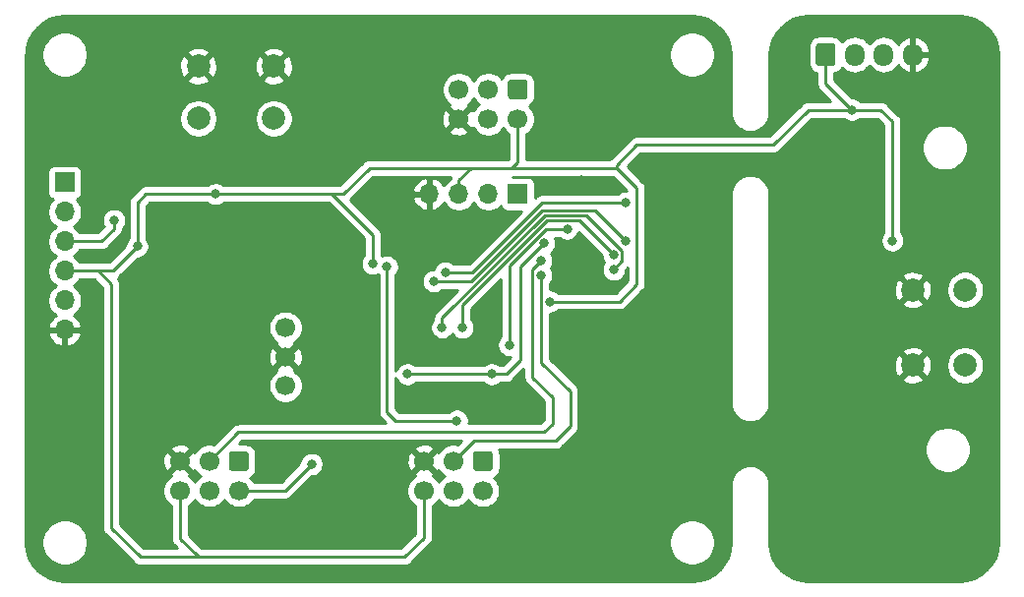
<source format=gbr>
%TF.GenerationSoftware,KiCad,Pcbnew,5.1.6-c6e7f7d~87~ubuntu20.04.1*%
%TF.CreationDate,2020-08-28T13:01:10+02:00*%
%TF.ProjectId,DccModule,4463634d-6f64-4756-9c65-2e6b69636164,rev?*%
%TF.SameCoordinates,Original*%
%TF.FileFunction,Copper,L2,Bot*%
%TF.FilePolarity,Positive*%
%FSLAX46Y46*%
G04 Gerber Fmt 4.6, Leading zero omitted, Abs format (unit mm)*
G04 Created by KiCad (PCBNEW 5.1.6-c6e7f7d~87~ubuntu20.04.1) date 2020-08-28 13:01:10*
%MOMM*%
%LPD*%
G01*
G04 APERTURE LIST*
%TA.AperFunction,ComponentPad*%
%ADD10C,1.700000*%
%TD*%
%TA.AperFunction,ComponentPad*%
%ADD11C,2.000000*%
%TD*%
%TA.AperFunction,ComponentPad*%
%ADD12O,1.700000X1.950000*%
%TD*%
%TA.AperFunction,ComponentPad*%
%ADD13O,1.700000X1.700000*%
%TD*%
%TA.AperFunction,ComponentPad*%
%ADD14R,1.700000X1.700000*%
%TD*%
%TA.AperFunction,ViaPad*%
%ADD15C,0.800000*%
%TD*%
%TA.AperFunction,Conductor*%
%ADD16C,0.250000*%
%TD*%
%TA.AperFunction,Conductor*%
%ADD17C,0.254000*%
%TD*%
G04 APERTURE END LIST*
D10*
%TO.P,Y1,3*%
%TO.N,Net-(R1-Pad1)*%
X143000000Y-107500000D03*
%TO.P,Y1,2*%
%TO.N,GND*%
X143000000Y-110000000D03*
%TO.P,Y1,1*%
%TO.N,Net-(R1-Pad2)*%
X143000000Y-112500000D03*
%TD*%
D11*
%TO.P,SW2,1*%
%TO.N,GND*%
X197000000Y-104250000D03*
%TO.P,SW2,2*%
%TO.N,/btnRun*%
X201500000Y-104250000D03*
%TO.P,SW2,1*%
%TO.N,GND*%
X197000000Y-110750000D03*
%TO.P,SW2,2*%
%TO.N,/btnRun*%
X201500000Y-110750000D03*
%TD*%
%TO.P,SW1,1*%
%TO.N,GND*%
X142000000Y-85000000D03*
%TO.P,SW1,2*%
%TO.N,/Arduino/PC6_ap_rst*%
X142000000Y-89500000D03*
%TO.P,SW1,1*%
%TO.N,GND*%
X135500000Y-85000000D03*
%TO.P,SW1,2*%
%TO.N,/Arduino/PC6_ap_rst*%
X135500000Y-89500000D03*
%TD*%
D12*
%TO.P,J6,4*%
%TO.N,GND*%
X197000000Y-84000000D03*
%TO.P,J6,3*%
%TO.N,Net-(J6-Pad3)*%
X194500000Y-84000000D03*
%TO.P,J6,2*%
%TO.N,Net-(D7-Pad2)*%
X192000000Y-84000000D03*
%TO.P,J6,1*%
%TO.N,+5V*%
%TA.AperFunction,ComponentPad*%
G36*
G01*
X188650000Y-84725000D02*
X188650000Y-83275000D01*
G75*
G02*
X188900000Y-83025000I250000J0D01*
G01*
X190100000Y-83025000D01*
G75*
G02*
X190350000Y-83275000I0J-250000D01*
G01*
X190350000Y-84725000D01*
G75*
G02*
X190100000Y-84975000I-250000J0D01*
G01*
X188900000Y-84975000D01*
G75*
G02*
X188650000Y-84725000I0J250000D01*
G01*
G37*
%TD.AperFunction*%
%TD*%
D10*
%TO.P,J5,6*%
%TO.N,GND*%
X157920000Y-89540000D03*
%TO.P,J5,4*%
%TO.N,/EN_B*%
X160460000Y-89540000D03*
%TO.P,J5,2*%
%TO.N,+5V*%
X163000000Y-89540000D03*
%TO.P,J5,5*%
%TO.N,/Arduino/PC6_ap_rst*%
X157920000Y-87000000D03*
%TO.P,J5,3*%
%TO.N,/Arduino/PB5_ap_13_sck*%
X160460000Y-87000000D03*
%TO.P,J5,1*%
%TO.N,/Arduino/PB4_ap_12_miso*%
%TA.AperFunction,ComponentPad*%
G36*
G01*
X162400000Y-86150000D02*
X163600000Y-86150000D01*
G75*
G02*
X163850000Y-86400000I0J-250000D01*
G01*
X163850000Y-87600000D01*
G75*
G02*
X163600000Y-87850000I-250000J0D01*
G01*
X162400000Y-87850000D01*
G75*
G02*
X162150000Y-87600000I0J250000D01*
G01*
X162150000Y-86400000D01*
G75*
G02*
X162400000Y-86150000I250000J0D01*
G01*
G37*
%TD.AperFunction*%
%TD*%
%TO.P,J4,6*%
%TO.N,+5V*%
X154920000Y-121540000D03*
%TO.P,J4,4*%
%TO.N,/Brake_A*%
X157460000Y-121540000D03*
%TO.P,J4,2*%
%TO.N,/DCC_A*%
X160000000Y-121540000D03*
%TO.P,J4,5*%
%TO.N,GND*%
X154920000Y-119000000D03*
%TO.P,J4,3*%
%TO.N,/Sns_A*%
X157460000Y-119000000D03*
%TO.P,J4,1*%
%TO.N,/EN_A*%
%TA.AperFunction,ComponentPad*%
G36*
G01*
X159400000Y-118150000D02*
X160600000Y-118150000D01*
G75*
G02*
X160850000Y-118400000I0J-250000D01*
G01*
X160850000Y-119600000D01*
G75*
G02*
X160600000Y-119850000I-250000J0D01*
G01*
X159400000Y-119850000D01*
G75*
G02*
X159150000Y-119600000I0J250000D01*
G01*
X159150000Y-118400000D01*
G75*
G02*
X159400000Y-118150000I250000J0D01*
G01*
G37*
%TD.AperFunction*%
%TD*%
%TO.P,J3,6*%
%TO.N,+5V*%
X133920000Y-121540000D03*
%TO.P,J3,4*%
%TO.N,/Brake_B*%
X136460000Y-121540000D03*
%TO.P,J3,2*%
%TO.N,/DCC_B*%
X139000000Y-121540000D03*
%TO.P,J3,5*%
%TO.N,GND*%
X133920000Y-119000000D03*
%TO.P,J3,3*%
%TO.N,/Sns_B*%
X136460000Y-119000000D03*
%TO.P,J3,1*%
%TO.N,/EN_B*%
%TA.AperFunction,ComponentPad*%
G36*
G01*
X138400000Y-118150000D02*
X139600000Y-118150000D01*
G75*
G02*
X139850000Y-118400000I0J-250000D01*
G01*
X139850000Y-119600000D01*
G75*
G02*
X139600000Y-119850000I-250000J0D01*
G01*
X138400000Y-119850000D01*
G75*
G02*
X138150000Y-119600000I0J250000D01*
G01*
X138150000Y-118400000D01*
G75*
G02*
X138400000Y-118150000I250000J0D01*
G01*
G37*
%TD.AperFunction*%
%TD*%
D13*
%TO.P,J2,6*%
%TO.N,GND*%
X124000000Y-107700000D03*
%TO.P,J2,5*%
%TO.N,Net-(J2-Pad5)*%
X124000000Y-105160000D03*
%TO.P,J2,4*%
%TO.N,+5V*%
X124000000Y-102620000D03*
%TO.P,J2,3*%
%TO.N,/TX*%
X124000000Y-100080000D03*
%TO.P,J2,2*%
%TO.N,/RX*%
X124000000Y-97540000D03*
D14*
%TO.P,J2,1*%
%TO.N,/DTR*%
X124000000Y-95000000D03*
%TD*%
D13*
%TO.P,J1,4*%
%TO.N,GND*%
X155380000Y-96000000D03*
%TO.P,J1,3*%
%TO.N,+5V*%
X157920000Y-96000000D03*
%TO.P,J1,2*%
%TO.N,/SCL*%
X160460000Y-96000000D03*
D14*
%TO.P,J1,1*%
%TO.N,/SDA*%
X163000000Y-96000000D03*
%TD*%
D15*
%TO.N,+5V*%
X137000000Y-96000000D03*
X150500000Y-102000000D03*
X165750000Y-105250000D03*
X191750000Y-88750000D03*
X130250000Y-100500000D03*
X195250000Y-100000000D03*
%TO.N,GND*%
X160250000Y-106000000D03*
X168000000Y-102000000D03*
X166750000Y-89500000D03*
X149750000Y-89250000D03*
X145250000Y-92500000D03*
X178750000Y-99500000D03*
X157250000Y-113250000D03*
X168500000Y-94750000D03*
%TO.N,/NeoPixel*%
X172250000Y-100000000D03*
X155750000Y-103500000D03*
%TO.N,/TX*%
X128250000Y-98250000D03*
%TO.N,/DCC_B*%
X145250000Y-119250000D03*
%TO.N,/Sns_B*%
X165000000Y-101750000D03*
%TO.N,/EN_B*%
X153500000Y-111500000D03*
X160750000Y-111500000D03*
X165250000Y-100250000D03*
%TO.N,/Sns_A*%
X165000000Y-103000000D03*
%TO.N,/EN_A*%
X157750000Y-115500000D03*
X151750000Y-102250000D03*
%TO.N,/Arduino/PB5_ap_13_sck*%
X167250000Y-99000000D03*
X162250000Y-109000000D03*
%TO.N,/btnRun*%
X156750000Y-102750000D03*
X172250000Y-96750000D03*
%TO.N,/Run*%
X156487347Y-107487347D03*
X171250000Y-102500000D03*
%TO.N,/Error*%
X158250000Y-107500000D03*
X171250000Y-101250000D03*
%TD*%
D16*
%TO.N,+5V*%
X128130000Y-102620000D02*
X130250000Y-100500000D01*
X130250000Y-100500000D02*
X130250000Y-96750000D01*
X131000000Y-96000000D02*
X137000000Y-96000000D01*
X130250000Y-96750000D02*
X131000000Y-96000000D01*
X124000000Y-102620000D02*
X126380000Y-102620000D01*
X126380000Y-102620000D02*
X128130000Y-102620000D01*
X154920000Y-125580000D02*
X154920000Y-121540000D01*
X153250000Y-127250000D02*
X154920000Y-125580000D01*
X128000000Y-103750000D02*
X128000000Y-124750000D01*
X126870000Y-102620000D02*
X128000000Y-103750000D01*
X128000000Y-124750000D02*
X130500000Y-127250000D01*
X126380000Y-102620000D02*
X126870000Y-102620000D01*
X133920000Y-121540000D02*
X133920000Y-125670000D01*
X133920000Y-125670000D02*
X135250000Y-127000000D01*
X135250000Y-127000000D02*
X135500000Y-127250000D01*
X135500000Y-127250000D02*
X153250000Y-127250000D01*
X130500000Y-127250000D02*
X135500000Y-127250000D01*
X159000000Y-93750000D02*
X157920000Y-94830000D01*
X157920000Y-94830000D02*
X157920000Y-96000000D01*
X163000000Y-93250000D02*
X162500000Y-93750000D01*
X163000000Y-89540000D02*
X163000000Y-93250000D01*
X148000000Y-96000000D02*
X150250000Y-93750000D01*
X159250000Y-93750000D02*
X159000000Y-93750000D01*
X150250000Y-93750000D02*
X159250000Y-93750000D01*
X162500000Y-93750000D02*
X159250000Y-93750000D01*
X146750000Y-96000000D02*
X147000000Y-96000000D01*
X137000000Y-96000000D02*
X146750000Y-96000000D01*
X146750000Y-96000000D02*
X148000000Y-96000000D01*
X150500000Y-99500000D02*
X150500000Y-102000000D01*
X147000000Y-96000000D02*
X150500000Y-99500000D01*
X189500000Y-86500000D02*
X189500000Y-84000000D01*
X191750000Y-88750000D02*
X189500000Y-86500000D01*
X171750000Y-105250000D02*
X165750000Y-105250000D01*
X173250000Y-103750000D02*
X171750000Y-105250000D01*
X171500000Y-93750000D02*
X173250000Y-95500000D01*
X173250000Y-95500000D02*
X173250000Y-103750000D01*
X162500000Y-93750000D02*
X171500000Y-93750000D01*
X191750000Y-88750000D02*
X194250000Y-88750000D01*
X195250000Y-89750000D02*
X194250000Y-88750000D01*
X195250000Y-100000000D02*
X195250000Y-89750000D01*
X188000000Y-88750000D02*
X191750000Y-88750000D01*
X185000000Y-91750000D02*
X188000000Y-88750000D01*
X173250000Y-91750000D02*
X185000000Y-91750000D01*
X171500000Y-93500000D02*
X173250000Y-91750000D01*
X171500000Y-93750000D02*
X171500000Y-93500000D01*
%TO.N,/NeoPixel*%
X172250000Y-100000000D02*
X169624980Y-97374980D01*
X169624980Y-97374980D02*
X165125020Y-97374980D01*
X159000000Y-103500000D02*
X155750000Y-103500000D01*
X165125020Y-97374980D02*
X159000000Y-103500000D01*
%TO.N,/TX*%
X128250000Y-98250000D02*
X128250000Y-99000000D01*
X127170000Y-100080000D02*
X124000000Y-100080000D01*
X128250000Y-99000000D02*
X127170000Y-100080000D01*
%TO.N,/DCC_B*%
X142960000Y-121540000D02*
X145250000Y-119250000D01*
X139000000Y-121540000D02*
X142960000Y-121540000D01*
%TO.N,/Sns_B*%
X136460000Y-119000000D02*
X138960000Y-116500000D01*
X138960000Y-116500000D02*
X165250000Y-116500000D01*
X165250000Y-116500000D02*
X166000000Y-115750000D01*
X166000000Y-115750000D02*
X166000000Y-113500000D01*
X164274999Y-102475001D02*
X165000000Y-101750000D01*
X164274999Y-111774999D02*
X164274999Y-102475001D01*
X166000000Y-113500000D02*
X164274999Y-111774999D01*
%TO.N,/EN_B*%
X153500000Y-111500000D02*
X160750000Y-111500000D01*
X163250000Y-110250000D02*
X162000000Y-111500000D01*
X163250000Y-102250000D02*
X163250000Y-110250000D01*
X162000000Y-111500000D02*
X160750000Y-111500000D01*
X165250000Y-100250000D02*
X163250000Y-102250000D01*
%TO.N,/Sns_A*%
X157460000Y-119000000D02*
X159210000Y-117250000D01*
X159210000Y-117250000D02*
X166250000Y-117250000D01*
X166250000Y-117250000D02*
X167500000Y-116000000D01*
X167500000Y-116000000D02*
X167500000Y-113000000D01*
X165000000Y-110500000D02*
X165000000Y-103000000D01*
X167500000Y-113000000D02*
X165000000Y-110500000D01*
%TO.N,/EN_A*%
X157750000Y-115500000D02*
X152500000Y-115500000D01*
X151750000Y-114750000D02*
X151750000Y-102250000D01*
X152500000Y-115500000D02*
X151750000Y-114750000D01*
%TO.N,/Arduino/PB5_ap_13_sck*%
X162250000Y-102176998D02*
X162250000Y-109000000D01*
X165426998Y-99000000D02*
X162250000Y-102176998D01*
X167250000Y-99000000D02*
X165426998Y-99000000D01*
%TO.N,/btnRun*%
X156750000Y-102750000D02*
X159113590Y-102750000D01*
X159113590Y-102750000D02*
X165113590Y-96750000D01*
X165113590Y-96750000D02*
X172250000Y-96750000D01*
%TO.N,/Run*%
X171975001Y-101774999D02*
X171250000Y-102500000D01*
X168897991Y-97824989D02*
X171975001Y-100901999D01*
X165329189Y-97824989D02*
X168897991Y-97824989D01*
X171975001Y-100901999D02*
X171975001Y-101774999D01*
X156487347Y-106666831D02*
X165329189Y-97824989D01*
X156487347Y-107487347D02*
X156487347Y-106666831D01*
%TO.N,/Error*%
X168274999Y-98274999D02*
X171250000Y-101250000D01*
X165515589Y-98274999D02*
X168274999Y-98274999D01*
X158250000Y-105540588D02*
X165515589Y-98274999D01*
X158250000Y-107500000D02*
X158250000Y-105540588D01*
%TD*%
D17*
%TO.N,GND*%
G36*
X178648126Y-80726714D02*
G01*
X179271572Y-80914943D01*
X179846579Y-81220681D01*
X180351247Y-81632279D01*
X180766362Y-82134067D01*
X181076105Y-82706924D01*
X181268682Y-83329039D01*
X181340001Y-84007594D01*
X181340000Y-89032418D01*
X181343247Y-89065386D01*
X181343247Y-89078367D01*
X181344210Y-89087532D01*
X181365965Y-89281481D01*
X181378397Y-89339966D01*
X181390022Y-89398676D01*
X181392747Y-89407479D01*
X181451760Y-89593509D01*
X181475338Y-89648519D01*
X181498120Y-89703794D01*
X181502503Y-89711900D01*
X181596525Y-89882925D01*
X181630308Y-89932264D01*
X181663423Y-89982106D01*
X181669297Y-89989206D01*
X181794747Y-90138712D01*
X181837477Y-90180557D01*
X181879638Y-90223013D01*
X181886780Y-90228837D01*
X182038879Y-90351128D01*
X182088941Y-90383887D01*
X182138523Y-90417331D01*
X182146660Y-90421657D01*
X182146663Y-90421659D01*
X182146667Y-90421660D01*
X182319615Y-90512077D01*
X182375053Y-90534475D01*
X182430228Y-90557669D01*
X182439050Y-90560332D01*
X182626275Y-90615435D01*
X182684983Y-90626633D01*
X182743628Y-90638672D01*
X182752799Y-90639570D01*
X182947161Y-90657259D01*
X183006943Y-90656842D01*
X183066801Y-90657260D01*
X183075972Y-90656360D01*
X183270069Y-90635959D01*
X183328658Y-90623932D01*
X183387423Y-90612723D01*
X183396245Y-90610059D01*
X183582683Y-90552347D01*
X183637838Y-90529162D01*
X183693291Y-90506758D01*
X183701427Y-90502432D01*
X183873104Y-90409607D01*
X183922699Y-90376154D01*
X183972753Y-90343400D01*
X183979894Y-90337576D01*
X184130272Y-90213172D01*
X184172411Y-90170737D01*
X184215161Y-90128874D01*
X184221034Y-90121773D01*
X184344384Y-89970531D01*
X184377477Y-89920723D01*
X184411284Y-89871349D01*
X184415667Y-89863243D01*
X184507292Y-89690920D01*
X184530090Y-89635608D01*
X184553652Y-89580634D01*
X184556377Y-89571831D01*
X184612786Y-89384994D01*
X184624405Y-89326314D01*
X184636842Y-89267804D01*
X184637805Y-89258639D01*
X184656850Y-89064406D01*
X184656850Y-89064402D01*
X184660000Y-89032419D01*
X184660000Y-84032278D01*
X184726714Y-83351874D01*
X184914943Y-82728428D01*
X185220681Y-82153421D01*
X185632279Y-81648753D01*
X186134067Y-81233638D01*
X186706924Y-80923895D01*
X187329039Y-80731318D01*
X188007584Y-80660000D01*
X200967722Y-80660000D01*
X201648126Y-80726714D01*
X202271572Y-80914943D01*
X202846579Y-81220681D01*
X203351247Y-81632279D01*
X203766362Y-82134067D01*
X204076105Y-82706924D01*
X204268682Y-83329039D01*
X204340001Y-84007594D01*
X204340000Y-125967721D01*
X204273286Y-126648126D01*
X204085057Y-127271570D01*
X203779323Y-127846573D01*
X203367721Y-128351248D01*
X202865933Y-128766362D01*
X202293077Y-129076104D01*
X201670961Y-129268682D01*
X200992417Y-129340000D01*
X188032279Y-129340000D01*
X187351874Y-129273286D01*
X186728430Y-129085057D01*
X186153427Y-128779323D01*
X185648752Y-128367721D01*
X185233638Y-127865933D01*
X184923896Y-127293077D01*
X184731318Y-126670961D01*
X184660000Y-125992417D01*
X184660000Y-120967581D01*
X184656753Y-120934613D01*
X184656753Y-120921633D01*
X184655790Y-120912468D01*
X184634035Y-120718518D01*
X184621600Y-120660019D01*
X184609978Y-120601325D01*
X184607253Y-120592522D01*
X184548240Y-120406491D01*
X184524674Y-120351509D01*
X184501880Y-120296206D01*
X184497497Y-120288100D01*
X184403475Y-120117075D01*
X184369702Y-120067752D01*
X184336577Y-120017894D01*
X184330703Y-120010794D01*
X184205253Y-119861288D01*
X184162523Y-119819443D01*
X184120362Y-119776987D01*
X184113220Y-119771163D01*
X183961120Y-119648872D01*
X183911061Y-119616114D01*
X183861477Y-119582669D01*
X183853340Y-119578343D01*
X183853337Y-119578341D01*
X183853333Y-119578340D01*
X183680384Y-119487923D01*
X183624972Y-119465535D01*
X183569772Y-119442331D01*
X183560950Y-119439668D01*
X183373724Y-119384565D01*
X183314986Y-119373360D01*
X183256372Y-119361328D01*
X183247200Y-119360429D01*
X183052839Y-119342741D01*
X182993057Y-119343158D01*
X182933199Y-119342740D01*
X182924028Y-119343640D01*
X182729931Y-119364041D01*
X182671348Y-119376066D01*
X182612577Y-119387277D01*
X182603755Y-119389941D01*
X182417317Y-119447653D01*
X182362162Y-119470838D01*
X182306709Y-119493242D01*
X182298573Y-119497568D01*
X182126896Y-119590393D01*
X182077278Y-119623861D01*
X182027247Y-119656600D01*
X182020106Y-119662424D01*
X181869728Y-119786828D01*
X181827589Y-119829263D01*
X181784839Y-119871126D01*
X181778966Y-119878227D01*
X181655616Y-120029469D01*
X181622534Y-120079262D01*
X181588716Y-120128651D01*
X181584333Y-120136757D01*
X181492708Y-120309079D01*
X181469909Y-120364394D01*
X181446348Y-120419366D01*
X181443623Y-120428169D01*
X181387214Y-120615005D01*
X181375594Y-120673693D01*
X181363158Y-120732196D01*
X181362195Y-120741361D01*
X181343150Y-120935595D01*
X181343150Y-120935608D01*
X181340001Y-120967581D01*
X181340000Y-125967721D01*
X181273286Y-126648126D01*
X181085057Y-127271570D01*
X180779323Y-127846573D01*
X180367721Y-128351248D01*
X179865933Y-128766362D01*
X179293077Y-129076104D01*
X178670961Y-129268682D01*
X177992417Y-129340000D01*
X124032279Y-129340000D01*
X123351874Y-129273286D01*
X122728430Y-129085057D01*
X122153427Y-128779323D01*
X121648752Y-128367721D01*
X121233638Y-127865933D01*
X120923896Y-127293077D01*
X120731318Y-126670961D01*
X120660000Y-125992417D01*
X120660000Y-125804495D01*
X122015000Y-125804495D01*
X122015000Y-126195505D01*
X122091282Y-126579003D01*
X122240915Y-126940250D01*
X122458149Y-127265364D01*
X122734636Y-127541851D01*
X123059750Y-127759085D01*
X123420997Y-127908718D01*
X123804495Y-127985000D01*
X124195505Y-127985000D01*
X124579003Y-127908718D01*
X124940250Y-127759085D01*
X125265364Y-127541851D01*
X125541851Y-127265364D01*
X125759085Y-126940250D01*
X125908718Y-126579003D01*
X125985000Y-126195505D01*
X125985000Y-125804495D01*
X125908718Y-125420997D01*
X125759085Y-125059750D01*
X125541851Y-124734636D01*
X125265364Y-124458149D01*
X124940250Y-124240915D01*
X124579003Y-124091282D01*
X124195505Y-124015000D01*
X123804495Y-124015000D01*
X123420997Y-124091282D01*
X123059750Y-124240915D01*
X122734636Y-124458149D01*
X122458149Y-124734636D01*
X122240915Y-125059750D01*
X122091282Y-125420997D01*
X122015000Y-125804495D01*
X120660000Y-125804495D01*
X120660000Y-108056890D01*
X122558524Y-108056890D01*
X122603175Y-108204099D01*
X122728359Y-108466920D01*
X122902412Y-108700269D01*
X123118645Y-108895178D01*
X123368748Y-109044157D01*
X123643109Y-109141481D01*
X123873000Y-109020814D01*
X123873000Y-107827000D01*
X124127000Y-107827000D01*
X124127000Y-109020814D01*
X124356891Y-109141481D01*
X124631252Y-109044157D01*
X124881355Y-108895178D01*
X125097588Y-108700269D01*
X125271641Y-108466920D01*
X125396825Y-108204099D01*
X125441476Y-108056890D01*
X125320155Y-107827000D01*
X124127000Y-107827000D01*
X123873000Y-107827000D01*
X122679845Y-107827000D01*
X122558524Y-108056890D01*
X120660000Y-108056890D01*
X120660000Y-94150000D01*
X122511928Y-94150000D01*
X122511928Y-95850000D01*
X122524188Y-95974482D01*
X122560498Y-96094180D01*
X122619463Y-96204494D01*
X122698815Y-96301185D01*
X122795506Y-96380537D01*
X122905820Y-96439502D01*
X122978380Y-96461513D01*
X122846525Y-96593368D01*
X122684010Y-96836589D01*
X122572068Y-97106842D01*
X122515000Y-97393740D01*
X122515000Y-97686260D01*
X122572068Y-97973158D01*
X122684010Y-98243411D01*
X122846525Y-98486632D01*
X123053368Y-98693475D01*
X123227760Y-98810000D01*
X123053368Y-98926525D01*
X122846525Y-99133368D01*
X122684010Y-99376589D01*
X122572068Y-99646842D01*
X122515000Y-99933740D01*
X122515000Y-100226260D01*
X122572068Y-100513158D01*
X122684010Y-100783411D01*
X122846525Y-101026632D01*
X123053368Y-101233475D01*
X123227760Y-101350000D01*
X123053368Y-101466525D01*
X122846525Y-101673368D01*
X122684010Y-101916589D01*
X122572068Y-102186842D01*
X122515000Y-102473740D01*
X122515000Y-102766260D01*
X122572068Y-103053158D01*
X122684010Y-103323411D01*
X122846525Y-103566632D01*
X123053368Y-103773475D01*
X123227760Y-103890000D01*
X123053368Y-104006525D01*
X122846525Y-104213368D01*
X122684010Y-104456589D01*
X122572068Y-104726842D01*
X122515000Y-105013740D01*
X122515000Y-105306260D01*
X122572068Y-105593158D01*
X122684010Y-105863411D01*
X122846525Y-106106632D01*
X123053368Y-106313475D01*
X123235534Y-106435195D01*
X123118645Y-106504822D01*
X122902412Y-106699731D01*
X122728359Y-106933080D01*
X122603175Y-107195901D01*
X122558524Y-107343110D01*
X122679845Y-107573000D01*
X123873000Y-107573000D01*
X123873000Y-107553000D01*
X124127000Y-107553000D01*
X124127000Y-107573000D01*
X125320155Y-107573000D01*
X125441476Y-107343110D01*
X125396825Y-107195901D01*
X125271641Y-106933080D01*
X125097588Y-106699731D01*
X124881355Y-106504822D01*
X124764466Y-106435195D01*
X124946632Y-106313475D01*
X125153475Y-106106632D01*
X125315990Y-105863411D01*
X125427932Y-105593158D01*
X125485000Y-105306260D01*
X125485000Y-105013740D01*
X125427932Y-104726842D01*
X125315990Y-104456589D01*
X125153475Y-104213368D01*
X124946632Y-104006525D01*
X124772240Y-103890000D01*
X124946632Y-103773475D01*
X125153475Y-103566632D01*
X125278178Y-103380000D01*
X126555199Y-103380000D01*
X127240000Y-104064802D01*
X127240001Y-124712667D01*
X127236324Y-124750000D01*
X127250998Y-124898985D01*
X127294454Y-125042246D01*
X127365026Y-125174276D01*
X127423663Y-125245724D01*
X127460000Y-125290001D01*
X127488998Y-125313799D01*
X129936201Y-127761003D01*
X129959999Y-127790001D01*
X129988997Y-127813799D01*
X130075723Y-127884974D01*
X130161824Y-127930996D01*
X130207753Y-127955546D01*
X130351014Y-127999003D01*
X130462667Y-128010000D01*
X130462677Y-128010000D01*
X130500000Y-128013676D01*
X130537323Y-128010000D01*
X135462676Y-128010000D01*
X135499999Y-128013676D01*
X135537322Y-128010000D01*
X153212678Y-128010000D01*
X153250000Y-128013676D01*
X153287322Y-128010000D01*
X153287333Y-128010000D01*
X153398986Y-127999003D01*
X153542247Y-127955546D01*
X153674276Y-127884974D01*
X153790001Y-127790001D01*
X153813804Y-127760997D01*
X155431004Y-126143798D01*
X155460001Y-126120001D01*
X155554974Y-126004276D01*
X155625546Y-125872247D01*
X155646097Y-125804495D01*
X176015000Y-125804495D01*
X176015000Y-126195505D01*
X176091282Y-126579003D01*
X176240915Y-126940250D01*
X176458149Y-127265364D01*
X176734636Y-127541851D01*
X177059750Y-127759085D01*
X177420997Y-127908718D01*
X177804495Y-127985000D01*
X178195505Y-127985000D01*
X178579003Y-127908718D01*
X178940250Y-127759085D01*
X179265364Y-127541851D01*
X179541851Y-127265364D01*
X179759085Y-126940250D01*
X179908718Y-126579003D01*
X179985000Y-126195505D01*
X179985000Y-125804495D01*
X179908718Y-125420997D01*
X179759085Y-125059750D01*
X179541851Y-124734636D01*
X179265364Y-124458149D01*
X178940250Y-124240915D01*
X178579003Y-124091282D01*
X178195505Y-124015000D01*
X177804495Y-124015000D01*
X177420997Y-124091282D01*
X177059750Y-124240915D01*
X176734636Y-124458149D01*
X176458149Y-124734636D01*
X176240915Y-125059750D01*
X176091282Y-125420997D01*
X176015000Y-125804495D01*
X155646097Y-125804495D01*
X155669003Y-125728986D01*
X155680000Y-125617333D01*
X155680000Y-125617325D01*
X155683676Y-125580000D01*
X155680000Y-125542675D01*
X155680000Y-122818178D01*
X155866632Y-122693475D01*
X156073475Y-122486632D01*
X156190000Y-122312240D01*
X156306525Y-122486632D01*
X156513368Y-122693475D01*
X156756589Y-122855990D01*
X157026842Y-122967932D01*
X157313740Y-123025000D01*
X157606260Y-123025000D01*
X157893158Y-122967932D01*
X158163411Y-122855990D01*
X158406632Y-122693475D01*
X158613475Y-122486632D01*
X158730000Y-122312240D01*
X158846525Y-122486632D01*
X159053368Y-122693475D01*
X159296589Y-122855990D01*
X159566842Y-122967932D01*
X159853740Y-123025000D01*
X160146260Y-123025000D01*
X160433158Y-122967932D01*
X160703411Y-122855990D01*
X160946632Y-122693475D01*
X161153475Y-122486632D01*
X161315990Y-122243411D01*
X161427932Y-121973158D01*
X161485000Y-121686260D01*
X161485000Y-121393740D01*
X161427932Y-121106842D01*
X161315990Y-120836589D01*
X161153475Y-120593368D01*
X160966392Y-120406285D01*
X161093386Y-120338405D01*
X161227962Y-120227962D01*
X161338405Y-120093386D01*
X161420472Y-119939850D01*
X161471008Y-119773254D01*
X161488072Y-119600000D01*
X161488072Y-118400000D01*
X161471008Y-118226746D01*
X161420472Y-118060150D01*
X161393666Y-118010000D01*
X166212678Y-118010000D01*
X166250000Y-118013676D01*
X166287322Y-118010000D01*
X166287333Y-118010000D01*
X166398986Y-117999003D01*
X166542247Y-117955546D01*
X166674276Y-117884974D01*
X166772340Y-117804495D01*
X198015000Y-117804495D01*
X198015000Y-118195505D01*
X198091282Y-118579003D01*
X198240915Y-118940250D01*
X198458149Y-119265364D01*
X198734636Y-119541851D01*
X199059750Y-119759085D01*
X199420997Y-119908718D01*
X199804495Y-119985000D01*
X200195505Y-119985000D01*
X200579003Y-119908718D01*
X200940250Y-119759085D01*
X201265364Y-119541851D01*
X201541851Y-119265364D01*
X201759085Y-118940250D01*
X201908718Y-118579003D01*
X201985000Y-118195505D01*
X201985000Y-117804495D01*
X201908718Y-117420997D01*
X201759085Y-117059750D01*
X201541851Y-116734636D01*
X201265364Y-116458149D01*
X200940250Y-116240915D01*
X200579003Y-116091282D01*
X200195505Y-116015000D01*
X199804495Y-116015000D01*
X199420997Y-116091282D01*
X199059750Y-116240915D01*
X198734636Y-116458149D01*
X198458149Y-116734636D01*
X198240915Y-117059750D01*
X198091282Y-117420997D01*
X198015000Y-117804495D01*
X166772340Y-117804495D01*
X166790001Y-117790001D01*
X166813804Y-117760997D01*
X168011004Y-116563798D01*
X168040001Y-116540001D01*
X168084053Y-116486324D01*
X168134974Y-116424277D01*
X168205546Y-116292247D01*
X168214213Y-116263676D01*
X168249003Y-116148986D01*
X168260000Y-116037333D01*
X168260000Y-116037323D01*
X168263676Y-116000000D01*
X168260000Y-115962677D01*
X168260000Y-114032418D01*
X181340000Y-114032418D01*
X181343247Y-114065386D01*
X181343247Y-114078367D01*
X181344210Y-114087532D01*
X181365965Y-114281481D01*
X181378397Y-114339966D01*
X181390022Y-114398676D01*
X181392747Y-114407479D01*
X181451760Y-114593509D01*
X181475338Y-114648519D01*
X181498120Y-114703794D01*
X181502503Y-114711900D01*
X181596525Y-114882925D01*
X181630308Y-114932264D01*
X181663423Y-114982106D01*
X181669297Y-114989206D01*
X181794747Y-115138712D01*
X181837477Y-115180557D01*
X181879638Y-115223013D01*
X181886780Y-115228837D01*
X182038879Y-115351128D01*
X182088941Y-115383887D01*
X182138523Y-115417331D01*
X182146660Y-115421657D01*
X182146663Y-115421659D01*
X182146667Y-115421660D01*
X182319615Y-115512077D01*
X182375053Y-115534475D01*
X182430228Y-115557669D01*
X182439050Y-115560332D01*
X182626275Y-115615435D01*
X182684983Y-115626633D01*
X182743628Y-115638672D01*
X182752799Y-115639570D01*
X182947161Y-115657259D01*
X183006943Y-115656842D01*
X183066801Y-115657260D01*
X183075972Y-115656360D01*
X183270069Y-115635959D01*
X183328658Y-115623932D01*
X183387423Y-115612723D01*
X183396245Y-115610059D01*
X183582683Y-115552347D01*
X183637838Y-115529162D01*
X183693291Y-115506758D01*
X183701427Y-115502432D01*
X183873104Y-115409607D01*
X183922699Y-115376154D01*
X183972753Y-115343400D01*
X183979894Y-115337576D01*
X184130272Y-115213172D01*
X184172411Y-115170737D01*
X184215161Y-115128874D01*
X184221034Y-115121773D01*
X184344384Y-114970531D01*
X184377477Y-114920723D01*
X184411284Y-114871349D01*
X184415667Y-114863243D01*
X184507292Y-114690920D01*
X184530090Y-114635608D01*
X184553652Y-114580634D01*
X184556377Y-114571831D01*
X184612786Y-114384994D01*
X184624405Y-114326314D01*
X184636842Y-114267804D01*
X184637805Y-114258639D01*
X184656850Y-114064406D01*
X184656850Y-114064402D01*
X184660000Y-114032419D01*
X184660000Y-111885413D01*
X196044192Y-111885413D01*
X196139956Y-112149814D01*
X196429571Y-112290704D01*
X196741108Y-112372384D01*
X197062595Y-112391718D01*
X197381675Y-112347961D01*
X197686088Y-112242795D01*
X197860044Y-112149814D01*
X197955808Y-111885413D01*
X197000000Y-110929605D01*
X196044192Y-111885413D01*
X184660000Y-111885413D01*
X184660000Y-110812595D01*
X195358282Y-110812595D01*
X195402039Y-111131675D01*
X195507205Y-111436088D01*
X195600186Y-111610044D01*
X195864587Y-111705808D01*
X196820395Y-110750000D01*
X197179605Y-110750000D01*
X198135413Y-111705808D01*
X198399814Y-111610044D01*
X198540704Y-111320429D01*
X198622384Y-111008892D01*
X198641718Y-110687405D01*
X198628219Y-110588967D01*
X199865000Y-110588967D01*
X199865000Y-110911033D01*
X199927832Y-111226912D01*
X200051082Y-111524463D01*
X200230013Y-111792252D01*
X200457748Y-112019987D01*
X200725537Y-112198918D01*
X201023088Y-112322168D01*
X201338967Y-112385000D01*
X201661033Y-112385000D01*
X201976912Y-112322168D01*
X202274463Y-112198918D01*
X202542252Y-112019987D01*
X202769987Y-111792252D01*
X202948918Y-111524463D01*
X203072168Y-111226912D01*
X203135000Y-110911033D01*
X203135000Y-110588967D01*
X203072168Y-110273088D01*
X202948918Y-109975537D01*
X202769987Y-109707748D01*
X202542252Y-109480013D01*
X202274463Y-109301082D01*
X201976912Y-109177832D01*
X201661033Y-109115000D01*
X201338967Y-109115000D01*
X201023088Y-109177832D01*
X200725537Y-109301082D01*
X200457748Y-109480013D01*
X200230013Y-109707748D01*
X200051082Y-109975537D01*
X199927832Y-110273088D01*
X199865000Y-110588967D01*
X198628219Y-110588967D01*
X198597961Y-110368325D01*
X198492795Y-110063912D01*
X198399814Y-109889956D01*
X198135413Y-109794192D01*
X197179605Y-110750000D01*
X196820395Y-110750000D01*
X195864587Y-109794192D01*
X195600186Y-109889956D01*
X195459296Y-110179571D01*
X195377616Y-110491108D01*
X195358282Y-110812595D01*
X184660000Y-110812595D01*
X184660000Y-109614587D01*
X196044192Y-109614587D01*
X197000000Y-110570395D01*
X197955808Y-109614587D01*
X197860044Y-109350186D01*
X197570429Y-109209296D01*
X197258892Y-109127616D01*
X196937405Y-109108282D01*
X196618325Y-109152039D01*
X196313912Y-109257205D01*
X196139956Y-109350186D01*
X196044192Y-109614587D01*
X184660000Y-109614587D01*
X184660000Y-105385413D01*
X196044192Y-105385413D01*
X196139956Y-105649814D01*
X196429571Y-105790704D01*
X196741108Y-105872384D01*
X197062595Y-105891718D01*
X197381675Y-105847961D01*
X197686088Y-105742795D01*
X197860044Y-105649814D01*
X197955808Y-105385413D01*
X197000000Y-104429605D01*
X196044192Y-105385413D01*
X184660000Y-105385413D01*
X184660000Y-104312595D01*
X195358282Y-104312595D01*
X195402039Y-104631675D01*
X195507205Y-104936088D01*
X195600186Y-105110044D01*
X195864587Y-105205808D01*
X196820395Y-104250000D01*
X197179605Y-104250000D01*
X198135413Y-105205808D01*
X198399814Y-105110044D01*
X198540704Y-104820429D01*
X198622384Y-104508892D01*
X198641718Y-104187405D01*
X198628219Y-104088967D01*
X199865000Y-104088967D01*
X199865000Y-104411033D01*
X199927832Y-104726912D01*
X200051082Y-105024463D01*
X200230013Y-105292252D01*
X200457748Y-105519987D01*
X200725537Y-105698918D01*
X201023088Y-105822168D01*
X201338967Y-105885000D01*
X201661033Y-105885000D01*
X201976912Y-105822168D01*
X202274463Y-105698918D01*
X202542252Y-105519987D01*
X202769987Y-105292252D01*
X202948918Y-105024463D01*
X203072168Y-104726912D01*
X203135000Y-104411033D01*
X203135000Y-104088967D01*
X203072168Y-103773088D01*
X202948918Y-103475537D01*
X202769987Y-103207748D01*
X202542252Y-102980013D01*
X202274463Y-102801082D01*
X201976912Y-102677832D01*
X201661033Y-102615000D01*
X201338967Y-102615000D01*
X201023088Y-102677832D01*
X200725537Y-102801082D01*
X200457748Y-102980013D01*
X200230013Y-103207748D01*
X200051082Y-103475537D01*
X199927832Y-103773088D01*
X199865000Y-104088967D01*
X198628219Y-104088967D01*
X198597961Y-103868325D01*
X198492795Y-103563912D01*
X198399814Y-103389956D01*
X198135413Y-103294192D01*
X197179605Y-104250000D01*
X196820395Y-104250000D01*
X195864587Y-103294192D01*
X195600186Y-103389956D01*
X195459296Y-103679571D01*
X195377616Y-103991108D01*
X195358282Y-104312595D01*
X184660000Y-104312595D01*
X184660000Y-103114587D01*
X196044192Y-103114587D01*
X197000000Y-104070395D01*
X197955808Y-103114587D01*
X197860044Y-102850186D01*
X197570429Y-102709296D01*
X197258892Y-102627616D01*
X196937405Y-102608282D01*
X196618325Y-102652039D01*
X196313912Y-102757205D01*
X196139956Y-102850186D01*
X196044192Y-103114587D01*
X184660000Y-103114587D01*
X184660000Y-95967581D01*
X184656753Y-95934613D01*
X184656753Y-95921633D01*
X184655790Y-95912468D01*
X184634035Y-95718518D01*
X184621600Y-95660019D01*
X184609978Y-95601325D01*
X184607253Y-95592522D01*
X184548240Y-95406491D01*
X184524674Y-95351509D01*
X184501880Y-95296206D01*
X184497497Y-95288100D01*
X184403475Y-95117075D01*
X184369702Y-95067752D01*
X184336577Y-95017894D01*
X184330703Y-95010794D01*
X184205253Y-94861288D01*
X184162523Y-94819443D01*
X184120362Y-94776987D01*
X184113220Y-94771163D01*
X183961120Y-94648872D01*
X183911061Y-94616114D01*
X183861477Y-94582669D01*
X183853340Y-94578343D01*
X183853337Y-94578341D01*
X183853333Y-94578340D01*
X183680384Y-94487923D01*
X183624972Y-94465535D01*
X183569772Y-94442331D01*
X183560950Y-94439668D01*
X183373724Y-94384565D01*
X183314986Y-94373360D01*
X183256372Y-94361328D01*
X183247200Y-94360429D01*
X183052839Y-94342741D01*
X182993057Y-94343158D01*
X182933199Y-94342740D01*
X182924028Y-94343640D01*
X182729931Y-94364041D01*
X182671348Y-94376066D01*
X182612577Y-94387277D01*
X182603755Y-94389941D01*
X182417317Y-94447653D01*
X182362162Y-94470838D01*
X182306709Y-94493242D01*
X182298573Y-94497568D01*
X182126896Y-94590393D01*
X182077278Y-94623861D01*
X182027247Y-94656600D01*
X182020106Y-94662424D01*
X181869728Y-94786828D01*
X181827589Y-94829263D01*
X181784839Y-94871126D01*
X181778966Y-94878227D01*
X181655616Y-95029469D01*
X181622534Y-95079262D01*
X181588716Y-95128651D01*
X181584333Y-95136757D01*
X181492708Y-95309079D01*
X181469909Y-95364394D01*
X181446348Y-95419366D01*
X181443623Y-95428169D01*
X181387214Y-95615005D01*
X181375594Y-95673693D01*
X181363158Y-95732196D01*
X181362195Y-95741361D01*
X181343150Y-95935595D01*
X181343150Y-95935608D01*
X181340001Y-95967581D01*
X181340000Y-114032418D01*
X168260000Y-114032418D01*
X168260000Y-113037323D01*
X168263676Y-113000000D01*
X168260000Y-112962677D01*
X168260000Y-112962667D01*
X168249003Y-112851014D01*
X168205546Y-112707753D01*
X168172677Y-112646260D01*
X168134974Y-112575723D01*
X168063799Y-112488997D01*
X168040001Y-112459999D01*
X168011003Y-112436201D01*
X165760000Y-110185199D01*
X165760000Y-106285000D01*
X165851939Y-106285000D01*
X166051898Y-106245226D01*
X166240256Y-106167205D01*
X166409774Y-106053937D01*
X166453711Y-106010000D01*
X171712678Y-106010000D01*
X171750000Y-106013676D01*
X171787322Y-106010000D01*
X171787333Y-106010000D01*
X171898986Y-105999003D01*
X172042247Y-105955546D01*
X172174276Y-105884974D01*
X172290001Y-105790001D01*
X172313804Y-105760997D01*
X173761003Y-104313799D01*
X173790001Y-104290001D01*
X173884974Y-104174276D01*
X173955546Y-104042247D01*
X173999003Y-103898986D01*
X174010000Y-103787333D01*
X174010000Y-103787324D01*
X174013676Y-103750001D01*
X174010000Y-103712678D01*
X174010000Y-95537325D01*
X174013676Y-95500000D01*
X174010000Y-95462675D01*
X174010000Y-95462667D01*
X173999003Y-95351014D01*
X173955546Y-95207753D01*
X173884974Y-95075724D01*
X173790001Y-94959999D01*
X173761004Y-94936202D01*
X172449801Y-93625000D01*
X173564802Y-92510000D01*
X184962678Y-92510000D01*
X185000000Y-92513676D01*
X185037322Y-92510000D01*
X185037333Y-92510000D01*
X185148986Y-92499003D01*
X185292247Y-92455546D01*
X185424276Y-92384974D01*
X185540001Y-92290001D01*
X185563804Y-92260997D01*
X188314802Y-89510000D01*
X191046289Y-89510000D01*
X191090226Y-89553937D01*
X191259744Y-89667205D01*
X191448102Y-89745226D01*
X191648061Y-89785000D01*
X191851939Y-89785000D01*
X192051898Y-89745226D01*
X192240256Y-89667205D01*
X192409774Y-89553937D01*
X192453711Y-89510000D01*
X193935199Y-89510000D01*
X194490001Y-90064803D01*
X194490000Y-99296289D01*
X194446063Y-99340226D01*
X194332795Y-99509744D01*
X194254774Y-99698102D01*
X194215000Y-99898061D01*
X194215000Y-100101939D01*
X194254774Y-100301898D01*
X194332795Y-100490256D01*
X194446063Y-100659774D01*
X194590226Y-100803937D01*
X194759744Y-100917205D01*
X194948102Y-100995226D01*
X195148061Y-101035000D01*
X195351939Y-101035000D01*
X195551898Y-100995226D01*
X195740256Y-100917205D01*
X195909774Y-100803937D01*
X196053937Y-100659774D01*
X196167205Y-100490256D01*
X196245226Y-100301898D01*
X196285000Y-100101939D01*
X196285000Y-99898061D01*
X196245226Y-99698102D01*
X196167205Y-99509744D01*
X196053937Y-99340226D01*
X196010000Y-99296289D01*
X196010000Y-91804495D01*
X197765000Y-91804495D01*
X197765000Y-92195505D01*
X197841282Y-92579003D01*
X197990915Y-92940250D01*
X198208149Y-93265364D01*
X198484636Y-93541851D01*
X198809750Y-93759085D01*
X199170997Y-93908718D01*
X199554495Y-93985000D01*
X199945505Y-93985000D01*
X200329003Y-93908718D01*
X200690250Y-93759085D01*
X201015364Y-93541851D01*
X201291851Y-93265364D01*
X201509085Y-92940250D01*
X201658718Y-92579003D01*
X201735000Y-92195505D01*
X201735000Y-91804495D01*
X201658718Y-91420997D01*
X201509085Y-91059750D01*
X201291851Y-90734636D01*
X201015364Y-90458149D01*
X200690250Y-90240915D01*
X200329003Y-90091282D01*
X199945505Y-90015000D01*
X199554495Y-90015000D01*
X199170997Y-90091282D01*
X198809750Y-90240915D01*
X198484636Y-90458149D01*
X198208149Y-90734636D01*
X197990915Y-91059750D01*
X197841282Y-91420997D01*
X197765000Y-91804495D01*
X196010000Y-91804495D01*
X196010000Y-89787333D01*
X196013677Y-89750000D01*
X196009026Y-89702773D01*
X195999003Y-89601014D01*
X195955546Y-89457753D01*
X195884974Y-89325724D01*
X195790001Y-89209999D01*
X195761003Y-89186201D01*
X194813804Y-88239002D01*
X194790001Y-88209999D01*
X194674276Y-88115026D01*
X194542247Y-88044454D01*
X194398986Y-88000997D01*
X194287333Y-87990000D01*
X194287322Y-87990000D01*
X194250000Y-87986324D01*
X194212678Y-87990000D01*
X192453711Y-87990000D01*
X192409774Y-87946063D01*
X192240256Y-87832795D01*
X192051898Y-87754774D01*
X191851939Y-87715000D01*
X191789802Y-87715000D01*
X190260000Y-86185199D01*
X190260000Y-85597313D01*
X190273254Y-85596008D01*
X190439850Y-85545472D01*
X190593386Y-85463405D01*
X190727962Y-85352962D01*
X190838405Y-85218386D01*
X190892777Y-85116663D01*
X190944866Y-85180134D01*
X191170987Y-85365706D01*
X191428967Y-85503599D01*
X191708890Y-85588513D01*
X192000000Y-85617185D01*
X192291111Y-85588513D01*
X192571034Y-85503599D01*
X192829014Y-85365706D01*
X193055134Y-85180134D01*
X193240706Y-84954014D01*
X193250000Y-84936626D01*
X193259294Y-84954014D01*
X193444866Y-85180134D01*
X193670987Y-85365706D01*
X193928967Y-85503599D01*
X194208890Y-85588513D01*
X194500000Y-85617185D01*
X194791111Y-85588513D01*
X195071034Y-85503599D01*
X195329014Y-85365706D01*
X195555134Y-85180134D01*
X195740706Y-84954014D01*
X195754462Y-84928278D01*
X195910951Y-85134429D01*
X196128807Y-85327496D01*
X196380142Y-85474352D01*
X196643110Y-85566476D01*
X196873000Y-85445155D01*
X196873000Y-84127000D01*
X197127000Y-84127000D01*
X197127000Y-85445155D01*
X197356890Y-85566476D01*
X197619858Y-85474352D01*
X197871193Y-85327496D01*
X198089049Y-85134429D01*
X198265053Y-84902570D01*
X198392442Y-84640830D01*
X198466320Y-84359267D01*
X198326165Y-84127000D01*
X197127000Y-84127000D01*
X196873000Y-84127000D01*
X196853000Y-84127000D01*
X196853000Y-83873000D01*
X196873000Y-83873000D01*
X196873000Y-82554845D01*
X197127000Y-82554845D01*
X197127000Y-83873000D01*
X198326165Y-83873000D01*
X198466320Y-83640733D01*
X198392442Y-83359170D01*
X198265053Y-83097430D01*
X198089049Y-82865571D01*
X197871193Y-82672504D01*
X197619858Y-82525648D01*
X197356890Y-82433524D01*
X197127000Y-82554845D01*
X196873000Y-82554845D01*
X196643110Y-82433524D01*
X196380142Y-82525648D01*
X196128807Y-82672504D01*
X195910951Y-82865571D01*
X195754462Y-83071722D01*
X195740706Y-83045986D01*
X195555134Y-82819866D01*
X195329013Y-82634294D01*
X195071033Y-82496401D01*
X194791110Y-82411487D01*
X194500000Y-82382815D01*
X194208889Y-82411487D01*
X193928966Y-82496401D01*
X193670986Y-82634294D01*
X193444866Y-82819866D01*
X193259294Y-83045987D01*
X193250000Y-83063374D01*
X193240706Y-83045986D01*
X193055134Y-82819866D01*
X192829013Y-82634294D01*
X192571033Y-82496401D01*
X192291110Y-82411487D01*
X192000000Y-82382815D01*
X191708889Y-82411487D01*
X191428966Y-82496401D01*
X191170986Y-82634294D01*
X190944866Y-82819866D01*
X190892777Y-82883337D01*
X190838405Y-82781614D01*
X190727962Y-82647038D01*
X190593386Y-82536595D01*
X190439850Y-82454528D01*
X190273254Y-82403992D01*
X190100000Y-82386928D01*
X188900000Y-82386928D01*
X188726746Y-82403992D01*
X188560150Y-82454528D01*
X188406614Y-82536595D01*
X188272038Y-82647038D01*
X188161595Y-82781614D01*
X188079528Y-82935150D01*
X188028992Y-83101746D01*
X188011928Y-83275000D01*
X188011928Y-84725000D01*
X188028992Y-84898254D01*
X188079528Y-85064850D01*
X188161595Y-85218386D01*
X188272038Y-85352962D01*
X188406614Y-85463405D01*
X188560150Y-85545472D01*
X188726746Y-85596008D01*
X188740000Y-85597313D01*
X188740000Y-86462677D01*
X188736324Y-86500000D01*
X188740000Y-86537322D01*
X188740000Y-86537332D01*
X188750997Y-86648985D01*
X188794454Y-86792246D01*
X188865026Y-86924276D01*
X188904871Y-86972826D01*
X188959999Y-87040001D01*
X188989003Y-87063804D01*
X189915199Y-87990000D01*
X188037325Y-87990000D01*
X188000000Y-87986324D01*
X187962675Y-87990000D01*
X187962667Y-87990000D01*
X187851014Y-88000997D01*
X187707753Y-88044454D01*
X187575724Y-88115026D01*
X187459999Y-88209999D01*
X187436201Y-88238997D01*
X184685199Y-90990000D01*
X173287325Y-90990000D01*
X173250000Y-90986324D01*
X173212675Y-90990000D01*
X173212667Y-90990000D01*
X173101014Y-91000997D01*
X172957753Y-91044454D01*
X172825724Y-91115026D01*
X172709999Y-91209999D01*
X172686201Y-91238997D01*
X170989001Y-92936198D01*
X170959999Y-92959999D01*
X170935378Y-92990000D01*
X163760000Y-92990000D01*
X163760000Y-90818178D01*
X163946632Y-90693475D01*
X164153475Y-90486632D01*
X164315990Y-90243411D01*
X164427932Y-89973158D01*
X164485000Y-89686260D01*
X164485000Y-89393740D01*
X164427932Y-89106842D01*
X164315990Y-88836589D01*
X164153475Y-88593368D01*
X163966392Y-88406285D01*
X164093386Y-88338405D01*
X164227962Y-88227962D01*
X164338405Y-88093386D01*
X164420472Y-87939850D01*
X164471008Y-87773254D01*
X164488072Y-87600000D01*
X164488072Y-86400000D01*
X164471008Y-86226746D01*
X164420472Y-86060150D01*
X164338405Y-85906614D01*
X164227962Y-85772038D01*
X164093386Y-85661595D01*
X163939850Y-85579528D01*
X163773254Y-85528992D01*
X163600000Y-85511928D01*
X162400000Y-85511928D01*
X162226746Y-85528992D01*
X162060150Y-85579528D01*
X161906614Y-85661595D01*
X161772038Y-85772038D01*
X161661595Y-85906614D01*
X161593715Y-86033608D01*
X161406632Y-85846525D01*
X161163411Y-85684010D01*
X160893158Y-85572068D01*
X160606260Y-85515000D01*
X160313740Y-85515000D01*
X160026842Y-85572068D01*
X159756589Y-85684010D01*
X159513368Y-85846525D01*
X159306525Y-86053368D01*
X159190000Y-86227760D01*
X159073475Y-86053368D01*
X158866632Y-85846525D01*
X158623411Y-85684010D01*
X158353158Y-85572068D01*
X158066260Y-85515000D01*
X157773740Y-85515000D01*
X157486842Y-85572068D01*
X157216589Y-85684010D01*
X156973368Y-85846525D01*
X156766525Y-86053368D01*
X156604010Y-86296589D01*
X156492068Y-86566842D01*
X156435000Y-86853740D01*
X156435000Y-87146260D01*
X156492068Y-87433158D01*
X156604010Y-87703411D01*
X156766525Y-87946632D01*
X156973368Y-88153475D01*
X157146729Y-88269311D01*
X157071208Y-88511603D01*
X157920000Y-89360395D01*
X158768792Y-88511603D01*
X158693271Y-88269311D01*
X158866632Y-88153475D01*
X159073475Y-87946632D01*
X159190000Y-87772240D01*
X159306525Y-87946632D01*
X159513368Y-88153475D01*
X159687760Y-88270000D01*
X159513368Y-88386525D01*
X159306525Y-88593368D01*
X159190689Y-88766729D01*
X158948397Y-88691208D01*
X158099605Y-89540000D01*
X158948397Y-90388792D01*
X159190689Y-90313271D01*
X159306525Y-90486632D01*
X159513368Y-90693475D01*
X159756589Y-90855990D01*
X160026842Y-90967932D01*
X160313740Y-91025000D01*
X160606260Y-91025000D01*
X160893158Y-90967932D01*
X161163411Y-90855990D01*
X161406632Y-90693475D01*
X161613475Y-90486632D01*
X161730000Y-90312240D01*
X161846525Y-90486632D01*
X162053368Y-90693475D01*
X162240000Y-90818179D01*
X162240001Y-92935198D01*
X162185199Y-92990000D01*
X159037325Y-92990000D01*
X159000000Y-92986324D01*
X158962675Y-92990000D01*
X150287333Y-92990000D01*
X150250000Y-92986323D01*
X150212667Y-92990000D01*
X150101014Y-93000997D01*
X149957753Y-93044454D01*
X149825724Y-93115026D01*
X149709999Y-93209999D01*
X149686201Y-93238997D01*
X147685199Y-95240000D01*
X147037322Y-95240000D01*
X147000000Y-95236324D01*
X146962678Y-95240000D01*
X137703711Y-95240000D01*
X137659774Y-95196063D01*
X137490256Y-95082795D01*
X137301898Y-95004774D01*
X137101939Y-94965000D01*
X136898061Y-94965000D01*
X136698102Y-95004774D01*
X136509744Y-95082795D01*
X136340226Y-95196063D01*
X136296289Y-95240000D01*
X131037322Y-95240000D01*
X130999999Y-95236324D01*
X130962676Y-95240000D01*
X130962667Y-95240000D01*
X130851014Y-95250997D01*
X130707753Y-95294454D01*
X130575724Y-95365026D01*
X130459999Y-95459999D01*
X130436201Y-95488998D01*
X129738998Y-96186201D01*
X129710000Y-96209999D01*
X129686202Y-96238997D01*
X129686201Y-96238998D01*
X129615026Y-96325724D01*
X129544454Y-96457754D01*
X129514180Y-96557558D01*
X129500998Y-96601014D01*
X129495456Y-96657284D01*
X129486324Y-96750000D01*
X129490001Y-96787332D01*
X129490000Y-99796289D01*
X129446063Y-99840226D01*
X129332795Y-100009744D01*
X129254774Y-100198102D01*
X129215000Y-100398061D01*
X129215000Y-100460198D01*
X127815199Y-101860000D01*
X126907322Y-101860000D01*
X126870000Y-101856324D01*
X126832678Y-101860000D01*
X125278178Y-101860000D01*
X125153475Y-101673368D01*
X124946632Y-101466525D01*
X124772240Y-101350000D01*
X124946632Y-101233475D01*
X125153475Y-101026632D01*
X125278178Y-100840000D01*
X127132678Y-100840000D01*
X127170000Y-100843676D01*
X127207322Y-100840000D01*
X127207333Y-100840000D01*
X127318986Y-100829003D01*
X127462247Y-100785546D01*
X127594276Y-100714974D01*
X127710001Y-100620001D01*
X127733804Y-100590998D01*
X128761003Y-99563799D01*
X128790001Y-99540001D01*
X128884974Y-99424276D01*
X128955546Y-99292247D01*
X128999003Y-99148986D01*
X129010000Y-99037333D01*
X129010000Y-99037325D01*
X129013676Y-99000000D01*
X129010000Y-98962675D01*
X129010000Y-98953711D01*
X129053937Y-98909774D01*
X129167205Y-98740256D01*
X129245226Y-98551898D01*
X129285000Y-98351939D01*
X129285000Y-98148061D01*
X129245226Y-97948102D01*
X129167205Y-97759744D01*
X129053937Y-97590226D01*
X128909774Y-97446063D01*
X128740256Y-97332795D01*
X128551898Y-97254774D01*
X128351939Y-97215000D01*
X128148061Y-97215000D01*
X127948102Y-97254774D01*
X127759744Y-97332795D01*
X127590226Y-97446063D01*
X127446063Y-97590226D01*
X127332795Y-97759744D01*
X127254774Y-97948102D01*
X127215000Y-98148061D01*
X127215000Y-98351939D01*
X127254774Y-98551898D01*
X127332795Y-98740256D01*
X127373709Y-98801489D01*
X126855199Y-99320000D01*
X125278178Y-99320000D01*
X125153475Y-99133368D01*
X124946632Y-98926525D01*
X124772240Y-98810000D01*
X124946632Y-98693475D01*
X125153475Y-98486632D01*
X125315990Y-98243411D01*
X125427932Y-97973158D01*
X125485000Y-97686260D01*
X125485000Y-97393740D01*
X125427932Y-97106842D01*
X125315990Y-96836589D01*
X125153475Y-96593368D01*
X125021620Y-96461513D01*
X125094180Y-96439502D01*
X125204494Y-96380537D01*
X125301185Y-96301185D01*
X125380537Y-96204494D01*
X125439502Y-96094180D01*
X125475812Y-95974482D01*
X125488072Y-95850000D01*
X125488072Y-94150000D01*
X125475812Y-94025518D01*
X125439502Y-93905820D01*
X125380537Y-93795506D01*
X125301185Y-93698815D01*
X125204494Y-93619463D01*
X125094180Y-93560498D01*
X124974482Y-93524188D01*
X124850000Y-93511928D01*
X123150000Y-93511928D01*
X123025518Y-93524188D01*
X122905820Y-93560498D01*
X122795506Y-93619463D01*
X122698815Y-93698815D01*
X122619463Y-93795506D01*
X122560498Y-93905820D01*
X122524188Y-94025518D01*
X122511928Y-94150000D01*
X120660000Y-94150000D01*
X120660000Y-89338967D01*
X133865000Y-89338967D01*
X133865000Y-89661033D01*
X133927832Y-89976912D01*
X134051082Y-90274463D01*
X134230013Y-90542252D01*
X134457748Y-90769987D01*
X134725537Y-90948918D01*
X135023088Y-91072168D01*
X135338967Y-91135000D01*
X135661033Y-91135000D01*
X135976912Y-91072168D01*
X136274463Y-90948918D01*
X136542252Y-90769987D01*
X136769987Y-90542252D01*
X136948918Y-90274463D01*
X137072168Y-89976912D01*
X137135000Y-89661033D01*
X137135000Y-89338967D01*
X140365000Y-89338967D01*
X140365000Y-89661033D01*
X140427832Y-89976912D01*
X140551082Y-90274463D01*
X140730013Y-90542252D01*
X140957748Y-90769987D01*
X141225537Y-90948918D01*
X141523088Y-91072168D01*
X141838967Y-91135000D01*
X142161033Y-91135000D01*
X142476912Y-91072168D01*
X142774463Y-90948918D01*
X143042252Y-90769987D01*
X143243842Y-90568397D01*
X157071208Y-90568397D01*
X157148843Y-90817472D01*
X157412883Y-90943371D01*
X157696411Y-91015339D01*
X157988531Y-91030611D01*
X158278019Y-90988599D01*
X158553747Y-90890919D01*
X158691157Y-90817472D01*
X158768792Y-90568397D01*
X157920000Y-89719605D01*
X157071208Y-90568397D01*
X143243842Y-90568397D01*
X143269987Y-90542252D01*
X143448918Y-90274463D01*
X143572168Y-89976912D01*
X143635000Y-89661033D01*
X143635000Y-89608531D01*
X156429389Y-89608531D01*
X156471401Y-89898019D01*
X156569081Y-90173747D01*
X156642528Y-90311157D01*
X156891603Y-90388792D01*
X157740395Y-89540000D01*
X156891603Y-88691208D01*
X156642528Y-88768843D01*
X156516629Y-89032883D01*
X156444661Y-89316411D01*
X156429389Y-89608531D01*
X143635000Y-89608531D01*
X143635000Y-89338967D01*
X143572168Y-89023088D01*
X143448918Y-88725537D01*
X143269987Y-88457748D01*
X143042252Y-88230013D01*
X142774463Y-88051082D01*
X142476912Y-87927832D01*
X142161033Y-87865000D01*
X141838967Y-87865000D01*
X141523088Y-87927832D01*
X141225537Y-88051082D01*
X140957748Y-88230013D01*
X140730013Y-88457748D01*
X140551082Y-88725537D01*
X140427832Y-89023088D01*
X140365000Y-89338967D01*
X137135000Y-89338967D01*
X137072168Y-89023088D01*
X136948918Y-88725537D01*
X136769987Y-88457748D01*
X136542252Y-88230013D01*
X136274463Y-88051082D01*
X135976912Y-87927832D01*
X135661033Y-87865000D01*
X135338967Y-87865000D01*
X135023088Y-87927832D01*
X134725537Y-88051082D01*
X134457748Y-88230013D01*
X134230013Y-88457748D01*
X134051082Y-88725537D01*
X133927832Y-89023088D01*
X133865000Y-89338967D01*
X120660000Y-89338967D01*
X120660000Y-86135413D01*
X134544192Y-86135413D01*
X134639956Y-86399814D01*
X134929571Y-86540704D01*
X135241108Y-86622384D01*
X135562595Y-86641718D01*
X135881675Y-86597961D01*
X136186088Y-86492795D01*
X136360044Y-86399814D01*
X136455808Y-86135413D01*
X141044192Y-86135413D01*
X141139956Y-86399814D01*
X141429571Y-86540704D01*
X141741108Y-86622384D01*
X142062595Y-86641718D01*
X142381675Y-86597961D01*
X142686088Y-86492795D01*
X142860044Y-86399814D01*
X142955808Y-86135413D01*
X142000000Y-85179605D01*
X141044192Y-86135413D01*
X136455808Y-86135413D01*
X135500000Y-85179605D01*
X134544192Y-86135413D01*
X120660000Y-86135413D01*
X120660000Y-84032278D01*
X120682334Y-83804495D01*
X122015000Y-83804495D01*
X122015000Y-84195505D01*
X122091282Y-84579003D01*
X122240915Y-84940250D01*
X122458149Y-85265364D01*
X122734636Y-85541851D01*
X123059750Y-85759085D01*
X123420997Y-85908718D01*
X123804495Y-85985000D01*
X124195505Y-85985000D01*
X124579003Y-85908718D01*
X124940250Y-85759085D01*
X125265364Y-85541851D01*
X125541851Y-85265364D01*
X125677336Y-85062595D01*
X133858282Y-85062595D01*
X133902039Y-85381675D01*
X134007205Y-85686088D01*
X134100186Y-85860044D01*
X134364587Y-85955808D01*
X135320395Y-85000000D01*
X135679605Y-85000000D01*
X136635413Y-85955808D01*
X136899814Y-85860044D01*
X137040704Y-85570429D01*
X137122384Y-85258892D01*
X137134189Y-85062595D01*
X140358282Y-85062595D01*
X140402039Y-85381675D01*
X140507205Y-85686088D01*
X140600186Y-85860044D01*
X140864587Y-85955808D01*
X141820395Y-85000000D01*
X142179605Y-85000000D01*
X143135413Y-85955808D01*
X143399814Y-85860044D01*
X143540704Y-85570429D01*
X143622384Y-85258892D01*
X143641718Y-84937405D01*
X143597961Y-84618325D01*
X143492795Y-84313912D01*
X143399814Y-84139956D01*
X143135413Y-84044192D01*
X142179605Y-85000000D01*
X141820395Y-85000000D01*
X140864587Y-84044192D01*
X140600186Y-84139956D01*
X140459296Y-84429571D01*
X140377616Y-84741108D01*
X140358282Y-85062595D01*
X137134189Y-85062595D01*
X137141718Y-84937405D01*
X137097961Y-84618325D01*
X136992795Y-84313912D01*
X136899814Y-84139956D01*
X136635413Y-84044192D01*
X135679605Y-85000000D01*
X135320395Y-85000000D01*
X134364587Y-84044192D01*
X134100186Y-84139956D01*
X133959296Y-84429571D01*
X133877616Y-84741108D01*
X133858282Y-85062595D01*
X125677336Y-85062595D01*
X125759085Y-84940250D01*
X125908718Y-84579003D01*
X125985000Y-84195505D01*
X125985000Y-83864587D01*
X134544192Y-83864587D01*
X135500000Y-84820395D01*
X136455808Y-83864587D01*
X141044192Y-83864587D01*
X142000000Y-84820395D01*
X142955808Y-83864587D01*
X142934044Y-83804495D01*
X176015000Y-83804495D01*
X176015000Y-84195505D01*
X176091282Y-84579003D01*
X176240915Y-84940250D01*
X176458149Y-85265364D01*
X176734636Y-85541851D01*
X177059750Y-85759085D01*
X177420997Y-85908718D01*
X177804495Y-85985000D01*
X178195505Y-85985000D01*
X178579003Y-85908718D01*
X178940250Y-85759085D01*
X179265364Y-85541851D01*
X179541851Y-85265364D01*
X179759085Y-84940250D01*
X179908718Y-84579003D01*
X179985000Y-84195505D01*
X179985000Y-83804495D01*
X179908718Y-83420997D01*
X179759085Y-83059750D01*
X179541851Y-82734636D01*
X179265364Y-82458149D01*
X178940250Y-82240915D01*
X178579003Y-82091282D01*
X178195505Y-82015000D01*
X177804495Y-82015000D01*
X177420997Y-82091282D01*
X177059750Y-82240915D01*
X176734636Y-82458149D01*
X176458149Y-82734636D01*
X176240915Y-83059750D01*
X176091282Y-83420997D01*
X176015000Y-83804495D01*
X142934044Y-83804495D01*
X142860044Y-83600186D01*
X142570429Y-83459296D01*
X142258892Y-83377616D01*
X141937405Y-83358282D01*
X141618325Y-83402039D01*
X141313912Y-83507205D01*
X141139956Y-83600186D01*
X141044192Y-83864587D01*
X136455808Y-83864587D01*
X136360044Y-83600186D01*
X136070429Y-83459296D01*
X135758892Y-83377616D01*
X135437405Y-83358282D01*
X135118325Y-83402039D01*
X134813912Y-83507205D01*
X134639956Y-83600186D01*
X134544192Y-83864587D01*
X125985000Y-83864587D01*
X125985000Y-83804495D01*
X125908718Y-83420997D01*
X125759085Y-83059750D01*
X125541851Y-82734636D01*
X125265364Y-82458149D01*
X124940250Y-82240915D01*
X124579003Y-82091282D01*
X124195505Y-82015000D01*
X123804495Y-82015000D01*
X123420997Y-82091282D01*
X123059750Y-82240915D01*
X122734636Y-82458149D01*
X122458149Y-82734636D01*
X122240915Y-83059750D01*
X122091282Y-83420997D01*
X122015000Y-83804495D01*
X120682334Y-83804495D01*
X120726714Y-83351874D01*
X120914943Y-82728428D01*
X121220681Y-82153421D01*
X121632279Y-81648753D01*
X122134067Y-81233638D01*
X122706924Y-80923895D01*
X123329039Y-80731318D01*
X124007584Y-80660000D01*
X177967722Y-80660000D01*
X178648126Y-80726714D01*
G37*
X178648126Y-80726714D02*
X179271572Y-80914943D01*
X179846579Y-81220681D01*
X180351247Y-81632279D01*
X180766362Y-82134067D01*
X181076105Y-82706924D01*
X181268682Y-83329039D01*
X181340001Y-84007594D01*
X181340000Y-89032418D01*
X181343247Y-89065386D01*
X181343247Y-89078367D01*
X181344210Y-89087532D01*
X181365965Y-89281481D01*
X181378397Y-89339966D01*
X181390022Y-89398676D01*
X181392747Y-89407479D01*
X181451760Y-89593509D01*
X181475338Y-89648519D01*
X181498120Y-89703794D01*
X181502503Y-89711900D01*
X181596525Y-89882925D01*
X181630308Y-89932264D01*
X181663423Y-89982106D01*
X181669297Y-89989206D01*
X181794747Y-90138712D01*
X181837477Y-90180557D01*
X181879638Y-90223013D01*
X181886780Y-90228837D01*
X182038879Y-90351128D01*
X182088941Y-90383887D01*
X182138523Y-90417331D01*
X182146660Y-90421657D01*
X182146663Y-90421659D01*
X182146667Y-90421660D01*
X182319615Y-90512077D01*
X182375053Y-90534475D01*
X182430228Y-90557669D01*
X182439050Y-90560332D01*
X182626275Y-90615435D01*
X182684983Y-90626633D01*
X182743628Y-90638672D01*
X182752799Y-90639570D01*
X182947161Y-90657259D01*
X183006943Y-90656842D01*
X183066801Y-90657260D01*
X183075972Y-90656360D01*
X183270069Y-90635959D01*
X183328658Y-90623932D01*
X183387423Y-90612723D01*
X183396245Y-90610059D01*
X183582683Y-90552347D01*
X183637838Y-90529162D01*
X183693291Y-90506758D01*
X183701427Y-90502432D01*
X183873104Y-90409607D01*
X183922699Y-90376154D01*
X183972753Y-90343400D01*
X183979894Y-90337576D01*
X184130272Y-90213172D01*
X184172411Y-90170737D01*
X184215161Y-90128874D01*
X184221034Y-90121773D01*
X184344384Y-89970531D01*
X184377477Y-89920723D01*
X184411284Y-89871349D01*
X184415667Y-89863243D01*
X184507292Y-89690920D01*
X184530090Y-89635608D01*
X184553652Y-89580634D01*
X184556377Y-89571831D01*
X184612786Y-89384994D01*
X184624405Y-89326314D01*
X184636842Y-89267804D01*
X184637805Y-89258639D01*
X184656850Y-89064406D01*
X184656850Y-89064402D01*
X184660000Y-89032419D01*
X184660000Y-84032278D01*
X184726714Y-83351874D01*
X184914943Y-82728428D01*
X185220681Y-82153421D01*
X185632279Y-81648753D01*
X186134067Y-81233638D01*
X186706924Y-80923895D01*
X187329039Y-80731318D01*
X188007584Y-80660000D01*
X200967722Y-80660000D01*
X201648126Y-80726714D01*
X202271572Y-80914943D01*
X202846579Y-81220681D01*
X203351247Y-81632279D01*
X203766362Y-82134067D01*
X204076105Y-82706924D01*
X204268682Y-83329039D01*
X204340001Y-84007594D01*
X204340000Y-125967721D01*
X204273286Y-126648126D01*
X204085057Y-127271570D01*
X203779323Y-127846573D01*
X203367721Y-128351248D01*
X202865933Y-128766362D01*
X202293077Y-129076104D01*
X201670961Y-129268682D01*
X200992417Y-129340000D01*
X188032279Y-129340000D01*
X187351874Y-129273286D01*
X186728430Y-129085057D01*
X186153427Y-128779323D01*
X185648752Y-128367721D01*
X185233638Y-127865933D01*
X184923896Y-127293077D01*
X184731318Y-126670961D01*
X184660000Y-125992417D01*
X184660000Y-120967581D01*
X184656753Y-120934613D01*
X184656753Y-120921633D01*
X184655790Y-120912468D01*
X184634035Y-120718518D01*
X184621600Y-120660019D01*
X184609978Y-120601325D01*
X184607253Y-120592522D01*
X184548240Y-120406491D01*
X184524674Y-120351509D01*
X184501880Y-120296206D01*
X184497497Y-120288100D01*
X184403475Y-120117075D01*
X184369702Y-120067752D01*
X184336577Y-120017894D01*
X184330703Y-120010794D01*
X184205253Y-119861288D01*
X184162523Y-119819443D01*
X184120362Y-119776987D01*
X184113220Y-119771163D01*
X183961120Y-119648872D01*
X183911061Y-119616114D01*
X183861477Y-119582669D01*
X183853340Y-119578343D01*
X183853337Y-119578341D01*
X183853333Y-119578340D01*
X183680384Y-119487923D01*
X183624972Y-119465535D01*
X183569772Y-119442331D01*
X183560950Y-119439668D01*
X183373724Y-119384565D01*
X183314986Y-119373360D01*
X183256372Y-119361328D01*
X183247200Y-119360429D01*
X183052839Y-119342741D01*
X182993057Y-119343158D01*
X182933199Y-119342740D01*
X182924028Y-119343640D01*
X182729931Y-119364041D01*
X182671348Y-119376066D01*
X182612577Y-119387277D01*
X182603755Y-119389941D01*
X182417317Y-119447653D01*
X182362162Y-119470838D01*
X182306709Y-119493242D01*
X182298573Y-119497568D01*
X182126896Y-119590393D01*
X182077278Y-119623861D01*
X182027247Y-119656600D01*
X182020106Y-119662424D01*
X181869728Y-119786828D01*
X181827589Y-119829263D01*
X181784839Y-119871126D01*
X181778966Y-119878227D01*
X181655616Y-120029469D01*
X181622534Y-120079262D01*
X181588716Y-120128651D01*
X181584333Y-120136757D01*
X181492708Y-120309079D01*
X181469909Y-120364394D01*
X181446348Y-120419366D01*
X181443623Y-120428169D01*
X181387214Y-120615005D01*
X181375594Y-120673693D01*
X181363158Y-120732196D01*
X181362195Y-120741361D01*
X181343150Y-120935595D01*
X181343150Y-120935608D01*
X181340001Y-120967581D01*
X181340000Y-125967721D01*
X181273286Y-126648126D01*
X181085057Y-127271570D01*
X180779323Y-127846573D01*
X180367721Y-128351248D01*
X179865933Y-128766362D01*
X179293077Y-129076104D01*
X178670961Y-129268682D01*
X177992417Y-129340000D01*
X124032279Y-129340000D01*
X123351874Y-129273286D01*
X122728430Y-129085057D01*
X122153427Y-128779323D01*
X121648752Y-128367721D01*
X121233638Y-127865933D01*
X120923896Y-127293077D01*
X120731318Y-126670961D01*
X120660000Y-125992417D01*
X120660000Y-125804495D01*
X122015000Y-125804495D01*
X122015000Y-126195505D01*
X122091282Y-126579003D01*
X122240915Y-126940250D01*
X122458149Y-127265364D01*
X122734636Y-127541851D01*
X123059750Y-127759085D01*
X123420997Y-127908718D01*
X123804495Y-127985000D01*
X124195505Y-127985000D01*
X124579003Y-127908718D01*
X124940250Y-127759085D01*
X125265364Y-127541851D01*
X125541851Y-127265364D01*
X125759085Y-126940250D01*
X125908718Y-126579003D01*
X125985000Y-126195505D01*
X125985000Y-125804495D01*
X125908718Y-125420997D01*
X125759085Y-125059750D01*
X125541851Y-124734636D01*
X125265364Y-124458149D01*
X124940250Y-124240915D01*
X124579003Y-124091282D01*
X124195505Y-124015000D01*
X123804495Y-124015000D01*
X123420997Y-124091282D01*
X123059750Y-124240915D01*
X122734636Y-124458149D01*
X122458149Y-124734636D01*
X122240915Y-125059750D01*
X122091282Y-125420997D01*
X122015000Y-125804495D01*
X120660000Y-125804495D01*
X120660000Y-108056890D01*
X122558524Y-108056890D01*
X122603175Y-108204099D01*
X122728359Y-108466920D01*
X122902412Y-108700269D01*
X123118645Y-108895178D01*
X123368748Y-109044157D01*
X123643109Y-109141481D01*
X123873000Y-109020814D01*
X123873000Y-107827000D01*
X124127000Y-107827000D01*
X124127000Y-109020814D01*
X124356891Y-109141481D01*
X124631252Y-109044157D01*
X124881355Y-108895178D01*
X125097588Y-108700269D01*
X125271641Y-108466920D01*
X125396825Y-108204099D01*
X125441476Y-108056890D01*
X125320155Y-107827000D01*
X124127000Y-107827000D01*
X123873000Y-107827000D01*
X122679845Y-107827000D01*
X122558524Y-108056890D01*
X120660000Y-108056890D01*
X120660000Y-94150000D01*
X122511928Y-94150000D01*
X122511928Y-95850000D01*
X122524188Y-95974482D01*
X122560498Y-96094180D01*
X122619463Y-96204494D01*
X122698815Y-96301185D01*
X122795506Y-96380537D01*
X122905820Y-96439502D01*
X122978380Y-96461513D01*
X122846525Y-96593368D01*
X122684010Y-96836589D01*
X122572068Y-97106842D01*
X122515000Y-97393740D01*
X122515000Y-97686260D01*
X122572068Y-97973158D01*
X122684010Y-98243411D01*
X122846525Y-98486632D01*
X123053368Y-98693475D01*
X123227760Y-98810000D01*
X123053368Y-98926525D01*
X122846525Y-99133368D01*
X122684010Y-99376589D01*
X122572068Y-99646842D01*
X122515000Y-99933740D01*
X122515000Y-100226260D01*
X122572068Y-100513158D01*
X122684010Y-100783411D01*
X122846525Y-101026632D01*
X123053368Y-101233475D01*
X123227760Y-101350000D01*
X123053368Y-101466525D01*
X122846525Y-101673368D01*
X122684010Y-101916589D01*
X122572068Y-102186842D01*
X122515000Y-102473740D01*
X122515000Y-102766260D01*
X122572068Y-103053158D01*
X122684010Y-103323411D01*
X122846525Y-103566632D01*
X123053368Y-103773475D01*
X123227760Y-103890000D01*
X123053368Y-104006525D01*
X122846525Y-104213368D01*
X122684010Y-104456589D01*
X122572068Y-104726842D01*
X122515000Y-105013740D01*
X122515000Y-105306260D01*
X122572068Y-105593158D01*
X122684010Y-105863411D01*
X122846525Y-106106632D01*
X123053368Y-106313475D01*
X123235534Y-106435195D01*
X123118645Y-106504822D01*
X122902412Y-106699731D01*
X122728359Y-106933080D01*
X122603175Y-107195901D01*
X122558524Y-107343110D01*
X122679845Y-107573000D01*
X123873000Y-107573000D01*
X123873000Y-107553000D01*
X124127000Y-107553000D01*
X124127000Y-107573000D01*
X125320155Y-107573000D01*
X125441476Y-107343110D01*
X125396825Y-107195901D01*
X125271641Y-106933080D01*
X125097588Y-106699731D01*
X124881355Y-106504822D01*
X124764466Y-106435195D01*
X124946632Y-106313475D01*
X125153475Y-106106632D01*
X125315990Y-105863411D01*
X125427932Y-105593158D01*
X125485000Y-105306260D01*
X125485000Y-105013740D01*
X125427932Y-104726842D01*
X125315990Y-104456589D01*
X125153475Y-104213368D01*
X124946632Y-104006525D01*
X124772240Y-103890000D01*
X124946632Y-103773475D01*
X125153475Y-103566632D01*
X125278178Y-103380000D01*
X126555199Y-103380000D01*
X127240000Y-104064802D01*
X127240001Y-124712667D01*
X127236324Y-124750000D01*
X127250998Y-124898985D01*
X127294454Y-125042246D01*
X127365026Y-125174276D01*
X127423663Y-125245724D01*
X127460000Y-125290001D01*
X127488998Y-125313799D01*
X129936201Y-127761003D01*
X129959999Y-127790001D01*
X129988997Y-127813799D01*
X130075723Y-127884974D01*
X130161824Y-127930996D01*
X130207753Y-127955546D01*
X130351014Y-127999003D01*
X130462667Y-128010000D01*
X130462677Y-128010000D01*
X130500000Y-128013676D01*
X130537323Y-128010000D01*
X135462676Y-128010000D01*
X135499999Y-128013676D01*
X135537322Y-128010000D01*
X153212678Y-128010000D01*
X153250000Y-128013676D01*
X153287322Y-128010000D01*
X153287333Y-128010000D01*
X153398986Y-127999003D01*
X153542247Y-127955546D01*
X153674276Y-127884974D01*
X153790001Y-127790001D01*
X153813804Y-127760997D01*
X155431004Y-126143798D01*
X155460001Y-126120001D01*
X155554974Y-126004276D01*
X155625546Y-125872247D01*
X155646097Y-125804495D01*
X176015000Y-125804495D01*
X176015000Y-126195505D01*
X176091282Y-126579003D01*
X176240915Y-126940250D01*
X176458149Y-127265364D01*
X176734636Y-127541851D01*
X177059750Y-127759085D01*
X177420997Y-127908718D01*
X177804495Y-127985000D01*
X178195505Y-127985000D01*
X178579003Y-127908718D01*
X178940250Y-127759085D01*
X179265364Y-127541851D01*
X179541851Y-127265364D01*
X179759085Y-126940250D01*
X179908718Y-126579003D01*
X179985000Y-126195505D01*
X179985000Y-125804495D01*
X179908718Y-125420997D01*
X179759085Y-125059750D01*
X179541851Y-124734636D01*
X179265364Y-124458149D01*
X178940250Y-124240915D01*
X178579003Y-124091282D01*
X178195505Y-124015000D01*
X177804495Y-124015000D01*
X177420997Y-124091282D01*
X177059750Y-124240915D01*
X176734636Y-124458149D01*
X176458149Y-124734636D01*
X176240915Y-125059750D01*
X176091282Y-125420997D01*
X176015000Y-125804495D01*
X155646097Y-125804495D01*
X155669003Y-125728986D01*
X155680000Y-125617333D01*
X155680000Y-125617325D01*
X155683676Y-125580000D01*
X155680000Y-125542675D01*
X155680000Y-122818178D01*
X155866632Y-122693475D01*
X156073475Y-122486632D01*
X156190000Y-122312240D01*
X156306525Y-122486632D01*
X156513368Y-122693475D01*
X156756589Y-122855990D01*
X157026842Y-122967932D01*
X157313740Y-123025000D01*
X157606260Y-123025000D01*
X157893158Y-122967932D01*
X158163411Y-122855990D01*
X158406632Y-122693475D01*
X158613475Y-122486632D01*
X158730000Y-122312240D01*
X158846525Y-122486632D01*
X159053368Y-122693475D01*
X159296589Y-122855990D01*
X159566842Y-122967932D01*
X159853740Y-123025000D01*
X160146260Y-123025000D01*
X160433158Y-122967932D01*
X160703411Y-122855990D01*
X160946632Y-122693475D01*
X161153475Y-122486632D01*
X161315990Y-122243411D01*
X161427932Y-121973158D01*
X161485000Y-121686260D01*
X161485000Y-121393740D01*
X161427932Y-121106842D01*
X161315990Y-120836589D01*
X161153475Y-120593368D01*
X160966392Y-120406285D01*
X161093386Y-120338405D01*
X161227962Y-120227962D01*
X161338405Y-120093386D01*
X161420472Y-119939850D01*
X161471008Y-119773254D01*
X161488072Y-119600000D01*
X161488072Y-118400000D01*
X161471008Y-118226746D01*
X161420472Y-118060150D01*
X161393666Y-118010000D01*
X166212678Y-118010000D01*
X166250000Y-118013676D01*
X166287322Y-118010000D01*
X166287333Y-118010000D01*
X166398986Y-117999003D01*
X166542247Y-117955546D01*
X166674276Y-117884974D01*
X166772340Y-117804495D01*
X198015000Y-117804495D01*
X198015000Y-118195505D01*
X198091282Y-118579003D01*
X198240915Y-118940250D01*
X198458149Y-119265364D01*
X198734636Y-119541851D01*
X199059750Y-119759085D01*
X199420997Y-119908718D01*
X199804495Y-119985000D01*
X200195505Y-119985000D01*
X200579003Y-119908718D01*
X200940250Y-119759085D01*
X201265364Y-119541851D01*
X201541851Y-119265364D01*
X201759085Y-118940250D01*
X201908718Y-118579003D01*
X201985000Y-118195505D01*
X201985000Y-117804495D01*
X201908718Y-117420997D01*
X201759085Y-117059750D01*
X201541851Y-116734636D01*
X201265364Y-116458149D01*
X200940250Y-116240915D01*
X200579003Y-116091282D01*
X200195505Y-116015000D01*
X199804495Y-116015000D01*
X199420997Y-116091282D01*
X199059750Y-116240915D01*
X198734636Y-116458149D01*
X198458149Y-116734636D01*
X198240915Y-117059750D01*
X198091282Y-117420997D01*
X198015000Y-117804495D01*
X166772340Y-117804495D01*
X166790001Y-117790001D01*
X166813804Y-117760997D01*
X168011004Y-116563798D01*
X168040001Y-116540001D01*
X168084053Y-116486324D01*
X168134974Y-116424277D01*
X168205546Y-116292247D01*
X168214213Y-116263676D01*
X168249003Y-116148986D01*
X168260000Y-116037333D01*
X168260000Y-116037323D01*
X168263676Y-116000000D01*
X168260000Y-115962677D01*
X168260000Y-114032418D01*
X181340000Y-114032418D01*
X181343247Y-114065386D01*
X181343247Y-114078367D01*
X181344210Y-114087532D01*
X181365965Y-114281481D01*
X181378397Y-114339966D01*
X181390022Y-114398676D01*
X181392747Y-114407479D01*
X181451760Y-114593509D01*
X181475338Y-114648519D01*
X181498120Y-114703794D01*
X181502503Y-114711900D01*
X181596525Y-114882925D01*
X181630308Y-114932264D01*
X181663423Y-114982106D01*
X181669297Y-114989206D01*
X181794747Y-115138712D01*
X181837477Y-115180557D01*
X181879638Y-115223013D01*
X181886780Y-115228837D01*
X182038879Y-115351128D01*
X182088941Y-115383887D01*
X182138523Y-115417331D01*
X182146660Y-115421657D01*
X182146663Y-115421659D01*
X182146667Y-115421660D01*
X182319615Y-115512077D01*
X182375053Y-115534475D01*
X182430228Y-115557669D01*
X182439050Y-115560332D01*
X182626275Y-115615435D01*
X182684983Y-115626633D01*
X182743628Y-115638672D01*
X182752799Y-115639570D01*
X182947161Y-115657259D01*
X183006943Y-115656842D01*
X183066801Y-115657260D01*
X183075972Y-115656360D01*
X183270069Y-115635959D01*
X183328658Y-115623932D01*
X183387423Y-115612723D01*
X183396245Y-115610059D01*
X183582683Y-115552347D01*
X183637838Y-115529162D01*
X183693291Y-115506758D01*
X183701427Y-115502432D01*
X183873104Y-115409607D01*
X183922699Y-115376154D01*
X183972753Y-115343400D01*
X183979894Y-115337576D01*
X184130272Y-115213172D01*
X184172411Y-115170737D01*
X184215161Y-115128874D01*
X184221034Y-115121773D01*
X184344384Y-114970531D01*
X184377477Y-114920723D01*
X184411284Y-114871349D01*
X184415667Y-114863243D01*
X184507292Y-114690920D01*
X184530090Y-114635608D01*
X184553652Y-114580634D01*
X184556377Y-114571831D01*
X184612786Y-114384994D01*
X184624405Y-114326314D01*
X184636842Y-114267804D01*
X184637805Y-114258639D01*
X184656850Y-114064406D01*
X184656850Y-114064402D01*
X184660000Y-114032419D01*
X184660000Y-111885413D01*
X196044192Y-111885413D01*
X196139956Y-112149814D01*
X196429571Y-112290704D01*
X196741108Y-112372384D01*
X197062595Y-112391718D01*
X197381675Y-112347961D01*
X197686088Y-112242795D01*
X197860044Y-112149814D01*
X197955808Y-111885413D01*
X197000000Y-110929605D01*
X196044192Y-111885413D01*
X184660000Y-111885413D01*
X184660000Y-110812595D01*
X195358282Y-110812595D01*
X195402039Y-111131675D01*
X195507205Y-111436088D01*
X195600186Y-111610044D01*
X195864587Y-111705808D01*
X196820395Y-110750000D01*
X197179605Y-110750000D01*
X198135413Y-111705808D01*
X198399814Y-111610044D01*
X198540704Y-111320429D01*
X198622384Y-111008892D01*
X198641718Y-110687405D01*
X198628219Y-110588967D01*
X199865000Y-110588967D01*
X199865000Y-110911033D01*
X199927832Y-111226912D01*
X200051082Y-111524463D01*
X200230013Y-111792252D01*
X200457748Y-112019987D01*
X200725537Y-112198918D01*
X201023088Y-112322168D01*
X201338967Y-112385000D01*
X201661033Y-112385000D01*
X201976912Y-112322168D01*
X202274463Y-112198918D01*
X202542252Y-112019987D01*
X202769987Y-111792252D01*
X202948918Y-111524463D01*
X203072168Y-111226912D01*
X203135000Y-110911033D01*
X203135000Y-110588967D01*
X203072168Y-110273088D01*
X202948918Y-109975537D01*
X202769987Y-109707748D01*
X202542252Y-109480013D01*
X202274463Y-109301082D01*
X201976912Y-109177832D01*
X201661033Y-109115000D01*
X201338967Y-109115000D01*
X201023088Y-109177832D01*
X200725537Y-109301082D01*
X200457748Y-109480013D01*
X200230013Y-109707748D01*
X200051082Y-109975537D01*
X199927832Y-110273088D01*
X199865000Y-110588967D01*
X198628219Y-110588967D01*
X198597961Y-110368325D01*
X198492795Y-110063912D01*
X198399814Y-109889956D01*
X198135413Y-109794192D01*
X197179605Y-110750000D01*
X196820395Y-110750000D01*
X195864587Y-109794192D01*
X195600186Y-109889956D01*
X195459296Y-110179571D01*
X195377616Y-110491108D01*
X195358282Y-110812595D01*
X184660000Y-110812595D01*
X184660000Y-109614587D01*
X196044192Y-109614587D01*
X197000000Y-110570395D01*
X197955808Y-109614587D01*
X197860044Y-109350186D01*
X197570429Y-109209296D01*
X197258892Y-109127616D01*
X196937405Y-109108282D01*
X196618325Y-109152039D01*
X196313912Y-109257205D01*
X196139956Y-109350186D01*
X196044192Y-109614587D01*
X184660000Y-109614587D01*
X184660000Y-105385413D01*
X196044192Y-105385413D01*
X196139956Y-105649814D01*
X196429571Y-105790704D01*
X196741108Y-105872384D01*
X197062595Y-105891718D01*
X197381675Y-105847961D01*
X197686088Y-105742795D01*
X197860044Y-105649814D01*
X197955808Y-105385413D01*
X197000000Y-104429605D01*
X196044192Y-105385413D01*
X184660000Y-105385413D01*
X184660000Y-104312595D01*
X195358282Y-104312595D01*
X195402039Y-104631675D01*
X195507205Y-104936088D01*
X195600186Y-105110044D01*
X195864587Y-105205808D01*
X196820395Y-104250000D01*
X197179605Y-104250000D01*
X198135413Y-105205808D01*
X198399814Y-105110044D01*
X198540704Y-104820429D01*
X198622384Y-104508892D01*
X198641718Y-104187405D01*
X198628219Y-104088967D01*
X199865000Y-104088967D01*
X199865000Y-104411033D01*
X199927832Y-104726912D01*
X200051082Y-105024463D01*
X200230013Y-105292252D01*
X200457748Y-105519987D01*
X200725537Y-105698918D01*
X201023088Y-105822168D01*
X201338967Y-105885000D01*
X201661033Y-105885000D01*
X201976912Y-105822168D01*
X202274463Y-105698918D01*
X202542252Y-105519987D01*
X202769987Y-105292252D01*
X202948918Y-105024463D01*
X203072168Y-104726912D01*
X203135000Y-104411033D01*
X203135000Y-104088967D01*
X203072168Y-103773088D01*
X202948918Y-103475537D01*
X202769987Y-103207748D01*
X202542252Y-102980013D01*
X202274463Y-102801082D01*
X201976912Y-102677832D01*
X201661033Y-102615000D01*
X201338967Y-102615000D01*
X201023088Y-102677832D01*
X200725537Y-102801082D01*
X200457748Y-102980013D01*
X200230013Y-103207748D01*
X200051082Y-103475537D01*
X199927832Y-103773088D01*
X199865000Y-104088967D01*
X198628219Y-104088967D01*
X198597961Y-103868325D01*
X198492795Y-103563912D01*
X198399814Y-103389956D01*
X198135413Y-103294192D01*
X197179605Y-104250000D01*
X196820395Y-104250000D01*
X195864587Y-103294192D01*
X195600186Y-103389956D01*
X195459296Y-103679571D01*
X195377616Y-103991108D01*
X195358282Y-104312595D01*
X184660000Y-104312595D01*
X184660000Y-103114587D01*
X196044192Y-103114587D01*
X197000000Y-104070395D01*
X197955808Y-103114587D01*
X197860044Y-102850186D01*
X197570429Y-102709296D01*
X197258892Y-102627616D01*
X196937405Y-102608282D01*
X196618325Y-102652039D01*
X196313912Y-102757205D01*
X196139956Y-102850186D01*
X196044192Y-103114587D01*
X184660000Y-103114587D01*
X184660000Y-95967581D01*
X184656753Y-95934613D01*
X184656753Y-95921633D01*
X184655790Y-95912468D01*
X184634035Y-95718518D01*
X184621600Y-95660019D01*
X184609978Y-95601325D01*
X184607253Y-95592522D01*
X184548240Y-95406491D01*
X184524674Y-95351509D01*
X184501880Y-95296206D01*
X184497497Y-95288100D01*
X184403475Y-95117075D01*
X184369702Y-95067752D01*
X184336577Y-95017894D01*
X184330703Y-95010794D01*
X184205253Y-94861288D01*
X184162523Y-94819443D01*
X184120362Y-94776987D01*
X184113220Y-94771163D01*
X183961120Y-94648872D01*
X183911061Y-94616114D01*
X183861477Y-94582669D01*
X183853340Y-94578343D01*
X183853337Y-94578341D01*
X183853333Y-94578340D01*
X183680384Y-94487923D01*
X183624972Y-94465535D01*
X183569772Y-94442331D01*
X183560950Y-94439668D01*
X183373724Y-94384565D01*
X183314986Y-94373360D01*
X183256372Y-94361328D01*
X183247200Y-94360429D01*
X183052839Y-94342741D01*
X182993057Y-94343158D01*
X182933199Y-94342740D01*
X182924028Y-94343640D01*
X182729931Y-94364041D01*
X182671348Y-94376066D01*
X182612577Y-94387277D01*
X182603755Y-94389941D01*
X182417317Y-94447653D01*
X182362162Y-94470838D01*
X182306709Y-94493242D01*
X182298573Y-94497568D01*
X182126896Y-94590393D01*
X182077278Y-94623861D01*
X182027247Y-94656600D01*
X182020106Y-94662424D01*
X181869728Y-94786828D01*
X181827589Y-94829263D01*
X181784839Y-94871126D01*
X181778966Y-94878227D01*
X181655616Y-95029469D01*
X181622534Y-95079262D01*
X181588716Y-95128651D01*
X181584333Y-95136757D01*
X181492708Y-95309079D01*
X181469909Y-95364394D01*
X181446348Y-95419366D01*
X181443623Y-95428169D01*
X181387214Y-95615005D01*
X181375594Y-95673693D01*
X181363158Y-95732196D01*
X181362195Y-95741361D01*
X181343150Y-95935595D01*
X181343150Y-95935608D01*
X181340001Y-95967581D01*
X181340000Y-114032418D01*
X168260000Y-114032418D01*
X168260000Y-113037323D01*
X168263676Y-113000000D01*
X168260000Y-112962677D01*
X168260000Y-112962667D01*
X168249003Y-112851014D01*
X168205546Y-112707753D01*
X168172677Y-112646260D01*
X168134974Y-112575723D01*
X168063799Y-112488997D01*
X168040001Y-112459999D01*
X168011003Y-112436201D01*
X165760000Y-110185199D01*
X165760000Y-106285000D01*
X165851939Y-106285000D01*
X166051898Y-106245226D01*
X166240256Y-106167205D01*
X166409774Y-106053937D01*
X166453711Y-106010000D01*
X171712678Y-106010000D01*
X171750000Y-106013676D01*
X171787322Y-106010000D01*
X171787333Y-106010000D01*
X171898986Y-105999003D01*
X172042247Y-105955546D01*
X172174276Y-105884974D01*
X172290001Y-105790001D01*
X172313804Y-105760997D01*
X173761003Y-104313799D01*
X173790001Y-104290001D01*
X173884974Y-104174276D01*
X173955546Y-104042247D01*
X173999003Y-103898986D01*
X174010000Y-103787333D01*
X174010000Y-103787324D01*
X174013676Y-103750001D01*
X174010000Y-103712678D01*
X174010000Y-95537325D01*
X174013676Y-95500000D01*
X174010000Y-95462675D01*
X174010000Y-95462667D01*
X173999003Y-95351014D01*
X173955546Y-95207753D01*
X173884974Y-95075724D01*
X173790001Y-94959999D01*
X173761004Y-94936202D01*
X172449801Y-93625000D01*
X173564802Y-92510000D01*
X184962678Y-92510000D01*
X185000000Y-92513676D01*
X185037322Y-92510000D01*
X185037333Y-92510000D01*
X185148986Y-92499003D01*
X185292247Y-92455546D01*
X185424276Y-92384974D01*
X185540001Y-92290001D01*
X185563804Y-92260997D01*
X188314802Y-89510000D01*
X191046289Y-89510000D01*
X191090226Y-89553937D01*
X191259744Y-89667205D01*
X191448102Y-89745226D01*
X191648061Y-89785000D01*
X191851939Y-89785000D01*
X192051898Y-89745226D01*
X192240256Y-89667205D01*
X192409774Y-89553937D01*
X192453711Y-89510000D01*
X193935199Y-89510000D01*
X194490001Y-90064803D01*
X194490000Y-99296289D01*
X194446063Y-99340226D01*
X194332795Y-99509744D01*
X194254774Y-99698102D01*
X194215000Y-99898061D01*
X194215000Y-100101939D01*
X194254774Y-100301898D01*
X194332795Y-100490256D01*
X194446063Y-100659774D01*
X194590226Y-100803937D01*
X194759744Y-100917205D01*
X194948102Y-100995226D01*
X195148061Y-101035000D01*
X195351939Y-101035000D01*
X195551898Y-100995226D01*
X195740256Y-100917205D01*
X195909774Y-100803937D01*
X196053937Y-100659774D01*
X196167205Y-100490256D01*
X196245226Y-100301898D01*
X196285000Y-100101939D01*
X196285000Y-99898061D01*
X196245226Y-99698102D01*
X196167205Y-99509744D01*
X196053937Y-99340226D01*
X196010000Y-99296289D01*
X196010000Y-91804495D01*
X197765000Y-91804495D01*
X197765000Y-92195505D01*
X197841282Y-92579003D01*
X197990915Y-92940250D01*
X198208149Y-93265364D01*
X198484636Y-93541851D01*
X198809750Y-93759085D01*
X199170997Y-93908718D01*
X199554495Y-93985000D01*
X199945505Y-93985000D01*
X200329003Y-93908718D01*
X200690250Y-93759085D01*
X201015364Y-93541851D01*
X201291851Y-93265364D01*
X201509085Y-92940250D01*
X201658718Y-92579003D01*
X201735000Y-92195505D01*
X201735000Y-91804495D01*
X201658718Y-91420997D01*
X201509085Y-91059750D01*
X201291851Y-90734636D01*
X201015364Y-90458149D01*
X200690250Y-90240915D01*
X200329003Y-90091282D01*
X199945505Y-90015000D01*
X199554495Y-90015000D01*
X199170997Y-90091282D01*
X198809750Y-90240915D01*
X198484636Y-90458149D01*
X198208149Y-90734636D01*
X197990915Y-91059750D01*
X197841282Y-91420997D01*
X197765000Y-91804495D01*
X196010000Y-91804495D01*
X196010000Y-89787333D01*
X196013677Y-89750000D01*
X196009026Y-89702773D01*
X195999003Y-89601014D01*
X195955546Y-89457753D01*
X195884974Y-89325724D01*
X195790001Y-89209999D01*
X195761003Y-89186201D01*
X194813804Y-88239002D01*
X194790001Y-88209999D01*
X194674276Y-88115026D01*
X194542247Y-88044454D01*
X194398986Y-88000997D01*
X194287333Y-87990000D01*
X194287322Y-87990000D01*
X194250000Y-87986324D01*
X194212678Y-87990000D01*
X192453711Y-87990000D01*
X192409774Y-87946063D01*
X192240256Y-87832795D01*
X192051898Y-87754774D01*
X191851939Y-87715000D01*
X191789802Y-87715000D01*
X190260000Y-86185199D01*
X190260000Y-85597313D01*
X190273254Y-85596008D01*
X190439850Y-85545472D01*
X190593386Y-85463405D01*
X190727962Y-85352962D01*
X190838405Y-85218386D01*
X190892777Y-85116663D01*
X190944866Y-85180134D01*
X191170987Y-85365706D01*
X191428967Y-85503599D01*
X191708890Y-85588513D01*
X192000000Y-85617185D01*
X192291111Y-85588513D01*
X192571034Y-85503599D01*
X192829014Y-85365706D01*
X193055134Y-85180134D01*
X193240706Y-84954014D01*
X193250000Y-84936626D01*
X193259294Y-84954014D01*
X193444866Y-85180134D01*
X193670987Y-85365706D01*
X193928967Y-85503599D01*
X194208890Y-85588513D01*
X194500000Y-85617185D01*
X194791111Y-85588513D01*
X195071034Y-85503599D01*
X195329014Y-85365706D01*
X195555134Y-85180134D01*
X195740706Y-84954014D01*
X195754462Y-84928278D01*
X195910951Y-85134429D01*
X196128807Y-85327496D01*
X196380142Y-85474352D01*
X196643110Y-85566476D01*
X196873000Y-85445155D01*
X196873000Y-84127000D01*
X197127000Y-84127000D01*
X197127000Y-85445155D01*
X197356890Y-85566476D01*
X197619858Y-85474352D01*
X197871193Y-85327496D01*
X198089049Y-85134429D01*
X198265053Y-84902570D01*
X198392442Y-84640830D01*
X198466320Y-84359267D01*
X198326165Y-84127000D01*
X197127000Y-84127000D01*
X196873000Y-84127000D01*
X196853000Y-84127000D01*
X196853000Y-83873000D01*
X196873000Y-83873000D01*
X196873000Y-82554845D01*
X197127000Y-82554845D01*
X197127000Y-83873000D01*
X198326165Y-83873000D01*
X198466320Y-83640733D01*
X198392442Y-83359170D01*
X198265053Y-83097430D01*
X198089049Y-82865571D01*
X197871193Y-82672504D01*
X197619858Y-82525648D01*
X197356890Y-82433524D01*
X197127000Y-82554845D01*
X196873000Y-82554845D01*
X196643110Y-82433524D01*
X196380142Y-82525648D01*
X196128807Y-82672504D01*
X195910951Y-82865571D01*
X195754462Y-83071722D01*
X195740706Y-83045986D01*
X195555134Y-82819866D01*
X195329013Y-82634294D01*
X195071033Y-82496401D01*
X194791110Y-82411487D01*
X194500000Y-82382815D01*
X194208889Y-82411487D01*
X193928966Y-82496401D01*
X193670986Y-82634294D01*
X193444866Y-82819866D01*
X193259294Y-83045987D01*
X193250000Y-83063374D01*
X193240706Y-83045986D01*
X193055134Y-82819866D01*
X192829013Y-82634294D01*
X192571033Y-82496401D01*
X192291110Y-82411487D01*
X192000000Y-82382815D01*
X191708889Y-82411487D01*
X191428966Y-82496401D01*
X191170986Y-82634294D01*
X190944866Y-82819866D01*
X190892777Y-82883337D01*
X190838405Y-82781614D01*
X190727962Y-82647038D01*
X190593386Y-82536595D01*
X190439850Y-82454528D01*
X190273254Y-82403992D01*
X190100000Y-82386928D01*
X188900000Y-82386928D01*
X188726746Y-82403992D01*
X188560150Y-82454528D01*
X188406614Y-82536595D01*
X188272038Y-82647038D01*
X188161595Y-82781614D01*
X188079528Y-82935150D01*
X188028992Y-83101746D01*
X188011928Y-83275000D01*
X188011928Y-84725000D01*
X188028992Y-84898254D01*
X188079528Y-85064850D01*
X188161595Y-85218386D01*
X188272038Y-85352962D01*
X188406614Y-85463405D01*
X188560150Y-85545472D01*
X188726746Y-85596008D01*
X188740000Y-85597313D01*
X188740000Y-86462677D01*
X188736324Y-86500000D01*
X188740000Y-86537322D01*
X188740000Y-86537332D01*
X188750997Y-86648985D01*
X188794454Y-86792246D01*
X188865026Y-86924276D01*
X188904871Y-86972826D01*
X188959999Y-87040001D01*
X188989003Y-87063804D01*
X189915199Y-87990000D01*
X188037325Y-87990000D01*
X188000000Y-87986324D01*
X187962675Y-87990000D01*
X187962667Y-87990000D01*
X187851014Y-88000997D01*
X187707753Y-88044454D01*
X187575724Y-88115026D01*
X187459999Y-88209999D01*
X187436201Y-88238997D01*
X184685199Y-90990000D01*
X173287325Y-90990000D01*
X173250000Y-90986324D01*
X173212675Y-90990000D01*
X173212667Y-90990000D01*
X173101014Y-91000997D01*
X172957753Y-91044454D01*
X172825724Y-91115026D01*
X172709999Y-91209999D01*
X172686201Y-91238997D01*
X170989001Y-92936198D01*
X170959999Y-92959999D01*
X170935378Y-92990000D01*
X163760000Y-92990000D01*
X163760000Y-90818178D01*
X163946632Y-90693475D01*
X164153475Y-90486632D01*
X164315990Y-90243411D01*
X164427932Y-89973158D01*
X164485000Y-89686260D01*
X164485000Y-89393740D01*
X164427932Y-89106842D01*
X164315990Y-88836589D01*
X164153475Y-88593368D01*
X163966392Y-88406285D01*
X164093386Y-88338405D01*
X164227962Y-88227962D01*
X164338405Y-88093386D01*
X164420472Y-87939850D01*
X164471008Y-87773254D01*
X164488072Y-87600000D01*
X164488072Y-86400000D01*
X164471008Y-86226746D01*
X164420472Y-86060150D01*
X164338405Y-85906614D01*
X164227962Y-85772038D01*
X164093386Y-85661595D01*
X163939850Y-85579528D01*
X163773254Y-85528992D01*
X163600000Y-85511928D01*
X162400000Y-85511928D01*
X162226746Y-85528992D01*
X162060150Y-85579528D01*
X161906614Y-85661595D01*
X161772038Y-85772038D01*
X161661595Y-85906614D01*
X161593715Y-86033608D01*
X161406632Y-85846525D01*
X161163411Y-85684010D01*
X160893158Y-85572068D01*
X160606260Y-85515000D01*
X160313740Y-85515000D01*
X160026842Y-85572068D01*
X159756589Y-85684010D01*
X159513368Y-85846525D01*
X159306525Y-86053368D01*
X159190000Y-86227760D01*
X159073475Y-86053368D01*
X158866632Y-85846525D01*
X158623411Y-85684010D01*
X158353158Y-85572068D01*
X158066260Y-85515000D01*
X157773740Y-85515000D01*
X157486842Y-85572068D01*
X157216589Y-85684010D01*
X156973368Y-85846525D01*
X156766525Y-86053368D01*
X156604010Y-86296589D01*
X156492068Y-86566842D01*
X156435000Y-86853740D01*
X156435000Y-87146260D01*
X156492068Y-87433158D01*
X156604010Y-87703411D01*
X156766525Y-87946632D01*
X156973368Y-88153475D01*
X157146729Y-88269311D01*
X157071208Y-88511603D01*
X157920000Y-89360395D01*
X158768792Y-88511603D01*
X158693271Y-88269311D01*
X158866632Y-88153475D01*
X159073475Y-87946632D01*
X159190000Y-87772240D01*
X159306525Y-87946632D01*
X159513368Y-88153475D01*
X159687760Y-88270000D01*
X159513368Y-88386525D01*
X159306525Y-88593368D01*
X159190689Y-88766729D01*
X158948397Y-88691208D01*
X158099605Y-89540000D01*
X158948397Y-90388792D01*
X159190689Y-90313271D01*
X159306525Y-90486632D01*
X159513368Y-90693475D01*
X159756589Y-90855990D01*
X160026842Y-90967932D01*
X160313740Y-91025000D01*
X160606260Y-91025000D01*
X160893158Y-90967932D01*
X161163411Y-90855990D01*
X161406632Y-90693475D01*
X161613475Y-90486632D01*
X161730000Y-90312240D01*
X161846525Y-90486632D01*
X162053368Y-90693475D01*
X162240000Y-90818179D01*
X162240001Y-92935198D01*
X162185199Y-92990000D01*
X159037325Y-92990000D01*
X159000000Y-92986324D01*
X158962675Y-92990000D01*
X150287333Y-92990000D01*
X150250000Y-92986323D01*
X150212667Y-92990000D01*
X150101014Y-93000997D01*
X149957753Y-93044454D01*
X149825724Y-93115026D01*
X149709999Y-93209999D01*
X149686201Y-93238997D01*
X147685199Y-95240000D01*
X147037322Y-95240000D01*
X147000000Y-95236324D01*
X146962678Y-95240000D01*
X137703711Y-95240000D01*
X137659774Y-95196063D01*
X137490256Y-95082795D01*
X137301898Y-95004774D01*
X137101939Y-94965000D01*
X136898061Y-94965000D01*
X136698102Y-95004774D01*
X136509744Y-95082795D01*
X136340226Y-95196063D01*
X136296289Y-95240000D01*
X131037322Y-95240000D01*
X130999999Y-95236324D01*
X130962676Y-95240000D01*
X130962667Y-95240000D01*
X130851014Y-95250997D01*
X130707753Y-95294454D01*
X130575724Y-95365026D01*
X130459999Y-95459999D01*
X130436201Y-95488998D01*
X129738998Y-96186201D01*
X129710000Y-96209999D01*
X129686202Y-96238997D01*
X129686201Y-96238998D01*
X129615026Y-96325724D01*
X129544454Y-96457754D01*
X129514180Y-96557558D01*
X129500998Y-96601014D01*
X129495456Y-96657284D01*
X129486324Y-96750000D01*
X129490001Y-96787332D01*
X129490000Y-99796289D01*
X129446063Y-99840226D01*
X129332795Y-100009744D01*
X129254774Y-100198102D01*
X129215000Y-100398061D01*
X129215000Y-100460198D01*
X127815199Y-101860000D01*
X126907322Y-101860000D01*
X126870000Y-101856324D01*
X126832678Y-101860000D01*
X125278178Y-101860000D01*
X125153475Y-101673368D01*
X124946632Y-101466525D01*
X124772240Y-101350000D01*
X124946632Y-101233475D01*
X125153475Y-101026632D01*
X125278178Y-100840000D01*
X127132678Y-100840000D01*
X127170000Y-100843676D01*
X127207322Y-100840000D01*
X127207333Y-100840000D01*
X127318986Y-100829003D01*
X127462247Y-100785546D01*
X127594276Y-100714974D01*
X127710001Y-100620001D01*
X127733804Y-100590998D01*
X128761003Y-99563799D01*
X128790001Y-99540001D01*
X128884974Y-99424276D01*
X128955546Y-99292247D01*
X128999003Y-99148986D01*
X129010000Y-99037333D01*
X129010000Y-99037325D01*
X129013676Y-99000000D01*
X129010000Y-98962675D01*
X129010000Y-98953711D01*
X129053937Y-98909774D01*
X129167205Y-98740256D01*
X129245226Y-98551898D01*
X129285000Y-98351939D01*
X129285000Y-98148061D01*
X129245226Y-97948102D01*
X129167205Y-97759744D01*
X129053937Y-97590226D01*
X128909774Y-97446063D01*
X128740256Y-97332795D01*
X128551898Y-97254774D01*
X128351939Y-97215000D01*
X128148061Y-97215000D01*
X127948102Y-97254774D01*
X127759744Y-97332795D01*
X127590226Y-97446063D01*
X127446063Y-97590226D01*
X127332795Y-97759744D01*
X127254774Y-97948102D01*
X127215000Y-98148061D01*
X127215000Y-98351939D01*
X127254774Y-98551898D01*
X127332795Y-98740256D01*
X127373709Y-98801489D01*
X126855199Y-99320000D01*
X125278178Y-99320000D01*
X125153475Y-99133368D01*
X124946632Y-98926525D01*
X124772240Y-98810000D01*
X124946632Y-98693475D01*
X125153475Y-98486632D01*
X125315990Y-98243411D01*
X125427932Y-97973158D01*
X125485000Y-97686260D01*
X125485000Y-97393740D01*
X125427932Y-97106842D01*
X125315990Y-96836589D01*
X125153475Y-96593368D01*
X125021620Y-96461513D01*
X125094180Y-96439502D01*
X125204494Y-96380537D01*
X125301185Y-96301185D01*
X125380537Y-96204494D01*
X125439502Y-96094180D01*
X125475812Y-95974482D01*
X125488072Y-95850000D01*
X125488072Y-94150000D01*
X125475812Y-94025518D01*
X125439502Y-93905820D01*
X125380537Y-93795506D01*
X125301185Y-93698815D01*
X125204494Y-93619463D01*
X125094180Y-93560498D01*
X124974482Y-93524188D01*
X124850000Y-93511928D01*
X123150000Y-93511928D01*
X123025518Y-93524188D01*
X122905820Y-93560498D01*
X122795506Y-93619463D01*
X122698815Y-93698815D01*
X122619463Y-93795506D01*
X122560498Y-93905820D01*
X122524188Y-94025518D01*
X122511928Y-94150000D01*
X120660000Y-94150000D01*
X120660000Y-89338967D01*
X133865000Y-89338967D01*
X133865000Y-89661033D01*
X133927832Y-89976912D01*
X134051082Y-90274463D01*
X134230013Y-90542252D01*
X134457748Y-90769987D01*
X134725537Y-90948918D01*
X135023088Y-91072168D01*
X135338967Y-91135000D01*
X135661033Y-91135000D01*
X135976912Y-91072168D01*
X136274463Y-90948918D01*
X136542252Y-90769987D01*
X136769987Y-90542252D01*
X136948918Y-90274463D01*
X137072168Y-89976912D01*
X137135000Y-89661033D01*
X137135000Y-89338967D01*
X140365000Y-89338967D01*
X140365000Y-89661033D01*
X140427832Y-89976912D01*
X140551082Y-90274463D01*
X140730013Y-90542252D01*
X140957748Y-90769987D01*
X141225537Y-90948918D01*
X141523088Y-91072168D01*
X141838967Y-91135000D01*
X142161033Y-91135000D01*
X142476912Y-91072168D01*
X142774463Y-90948918D01*
X143042252Y-90769987D01*
X143243842Y-90568397D01*
X157071208Y-90568397D01*
X157148843Y-90817472D01*
X157412883Y-90943371D01*
X157696411Y-91015339D01*
X157988531Y-91030611D01*
X158278019Y-90988599D01*
X158553747Y-90890919D01*
X158691157Y-90817472D01*
X158768792Y-90568397D01*
X157920000Y-89719605D01*
X157071208Y-90568397D01*
X143243842Y-90568397D01*
X143269987Y-90542252D01*
X143448918Y-90274463D01*
X143572168Y-89976912D01*
X143635000Y-89661033D01*
X143635000Y-89608531D01*
X156429389Y-89608531D01*
X156471401Y-89898019D01*
X156569081Y-90173747D01*
X156642528Y-90311157D01*
X156891603Y-90388792D01*
X157740395Y-89540000D01*
X156891603Y-88691208D01*
X156642528Y-88768843D01*
X156516629Y-89032883D01*
X156444661Y-89316411D01*
X156429389Y-89608531D01*
X143635000Y-89608531D01*
X143635000Y-89338967D01*
X143572168Y-89023088D01*
X143448918Y-88725537D01*
X143269987Y-88457748D01*
X143042252Y-88230013D01*
X142774463Y-88051082D01*
X142476912Y-87927832D01*
X142161033Y-87865000D01*
X141838967Y-87865000D01*
X141523088Y-87927832D01*
X141225537Y-88051082D01*
X140957748Y-88230013D01*
X140730013Y-88457748D01*
X140551082Y-88725537D01*
X140427832Y-89023088D01*
X140365000Y-89338967D01*
X137135000Y-89338967D01*
X137072168Y-89023088D01*
X136948918Y-88725537D01*
X136769987Y-88457748D01*
X136542252Y-88230013D01*
X136274463Y-88051082D01*
X135976912Y-87927832D01*
X135661033Y-87865000D01*
X135338967Y-87865000D01*
X135023088Y-87927832D01*
X134725537Y-88051082D01*
X134457748Y-88230013D01*
X134230013Y-88457748D01*
X134051082Y-88725537D01*
X133927832Y-89023088D01*
X133865000Y-89338967D01*
X120660000Y-89338967D01*
X120660000Y-86135413D01*
X134544192Y-86135413D01*
X134639956Y-86399814D01*
X134929571Y-86540704D01*
X135241108Y-86622384D01*
X135562595Y-86641718D01*
X135881675Y-86597961D01*
X136186088Y-86492795D01*
X136360044Y-86399814D01*
X136455808Y-86135413D01*
X141044192Y-86135413D01*
X141139956Y-86399814D01*
X141429571Y-86540704D01*
X141741108Y-86622384D01*
X142062595Y-86641718D01*
X142381675Y-86597961D01*
X142686088Y-86492795D01*
X142860044Y-86399814D01*
X142955808Y-86135413D01*
X142000000Y-85179605D01*
X141044192Y-86135413D01*
X136455808Y-86135413D01*
X135500000Y-85179605D01*
X134544192Y-86135413D01*
X120660000Y-86135413D01*
X120660000Y-84032278D01*
X120682334Y-83804495D01*
X122015000Y-83804495D01*
X122015000Y-84195505D01*
X122091282Y-84579003D01*
X122240915Y-84940250D01*
X122458149Y-85265364D01*
X122734636Y-85541851D01*
X123059750Y-85759085D01*
X123420997Y-85908718D01*
X123804495Y-85985000D01*
X124195505Y-85985000D01*
X124579003Y-85908718D01*
X124940250Y-85759085D01*
X125265364Y-85541851D01*
X125541851Y-85265364D01*
X125677336Y-85062595D01*
X133858282Y-85062595D01*
X133902039Y-85381675D01*
X134007205Y-85686088D01*
X134100186Y-85860044D01*
X134364587Y-85955808D01*
X135320395Y-85000000D01*
X135679605Y-85000000D01*
X136635413Y-85955808D01*
X136899814Y-85860044D01*
X137040704Y-85570429D01*
X137122384Y-85258892D01*
X137134189Y-85062595D01*
X140358282Y-85062595D01*
X140402039Y-85381675D01*
X140507205Y-85686088D01*
X140600186Y-85860044D01*
X140864587Y-85955808D01*
X141820395Y-85000000D01*
X142179605Y-85000000D01*
X143135413Y-85955808D01*
X143399814Y-85860044D01*
X143540704Y-85570429D01*
X143622384Y-85258892D01*
X143641718Y-84937405D01*
X143597961Y-84618325D01*
X143492795Y-84313912D01*
X143399814Y-84139956D01*
X143135413Y-84044192D01*
X142179605Y-85000000D01*
X141820395Y-85000000D01*
X140864587Y-84044192D01*
X140600186Y-84139956D01*
X140459296Y-84429571D01*
X140377616Y-84741108D01*
X140358282Y-85062595D01*
X137134189Y-85062595D01*
X137141718Y-84937405D01*
X137097961Y-84618325D01*
X136992795Y-84313912D01*
X136899814Y-84139956D01*
X136635413Y-84044192D01*
X135679605Y-85000000D01*
X135320395Y-85000000D01*
X134364587Y-84044192D01*
X134100186Y-84139956D01*
X133959296Y-84429571D01*
X133877616Y-84741108D01*
X133858282Y-85062595D01*
X125677336Y-85062595D01*
X125759085Y-84940250D01*
X125908718Y-84579003D01*
X125985000Y-84195505D01*
X125985000Y-83864587D01*
X134544192Y-83864587D01*
X135500000Y-84820395D01*
X136455808Y-83864587D01*
X141044192Y-83864587D01*
X142000000Y-84820395D01*
X142955808Y-83864587D01*
X142934044Y-83804495D01*
X176015000Y-83804495D01*
X176015000Y-84195505D01*
X176091282Y-84579003D01*
X176240915Y-84940250D01*
X176458149Y-85265364D01*
X176734636Y-85541851D01*
X177059750Y-85759085D01*
X177420997Y-85908718D01*
X177804495Y-85985000D01*
X178195505Y-85985000D01*
X178579003Y-85908718D01*
X178940250Y-85759085D01*
X179265364Y-85541851D01*
X179541851Y-85265364D01*
X179759085Y-84940250D01*
X179908718Y-84579003D01*
X179985000Y-84195505D01*
X179985000Y-83804495D01*
X179908718Y-83420997D01*
X179759085Y-83059750D01*
X179541851Y-82734636D01*
X179265364Y-82458149D01*
X178940250Y-82240915D01*
X178579003Y-82091282D01*
X178195505Y-82015000D01*
X177804495Y-82015000D01*
X177420997Y-82091282D01*
X177059750Y-82240915D01*
X176734636Y-82458149D01*
X176458149Y-82734636D01*
X176240915Y-83059750D01*
X176091282Y-83420997D01*
X176015000Y-83804495D01*
X142934044Y-83804495D01*
X142860044Y-83600186D01*
X142570429Y-83459296D01*
X142258892Y-83377616D01*
X141937405Y-83358282D01*
X141618325Y-83402039D01*
X141313912Y-83507205D01*
X141139956Y-83600186D01*
X141044192Y-83864587D01*
X136455808Y-83864587D01*
X136360044Y-83600186D01*
X136070429Y-83459296D01*
X135758892Y-83377616D01*
X135437405Y-83358282D01*
X135118325Y-83402039D01*
X134813912Y-83507205D01*
X134639956Y-83600186D01*
X134544192Y-83864587D01*
X125985000Y-83864587D01*
X125985000Y-83804495D01*
X125908718Y-83420997D01*
X125759085Y-83059750D01*
X125541851Y-82734636D01*
X125265364Y-82458149D01*
X124940250Y-82240915D01*
X124579003Y-82091282D01*
X124195505Y-82015000D01*
X123804495Y-82015000D01*
X123420997Y-82091282D01*
X123059750Y-82240915D01*
X122734636Y-82458149D01*
X122458149Y-82734636D01*
X122240915Y-83059750D01*
X122091282Y-83420997D01*
X122015000Y-83804495D01*
X120682334Y-83804495D01*
X120726714Y-83351874D01*
X120914943Y-82728428D01*
X121220681Y-82153421D01*
X121632279Y-81648753D01*
X122134067Y-81233638D01*
X122706924Y-80923895D01*
X123329039Y-80731318D01*
X124007584Y-80660000D01*
X177967722Y-80660000D01*
X178648126Y-80726714D01*
G36*
X157826408Y-117558790D02*
G01*
X157606260Y-117515000D01*
X157313740Y-117515000D01*
X157026842Y-117572068D01*
X156756589Y-117684010D01*
X156513368Y-117846525D01*
X156306525Y-118053368D01*
X156190689Y-118226729D01*
X155948397Y-118151208D01*
X155099605Y-119000000D01*
X155948397Y-119848792D01*
X156190689Y-119773271D01*
X156306525Y-119946632D01*
X156513368Y-120153475D01*
X156687760Y-120270000D01*
X156513368Y-120386525D01*
X156306525Y-120593368D01*
X156190000Y-120767760D01*
X156073475Y-120593368D01*
X155866632Y-120386525D01*
X155693271Y-120270689D01*
X155768792Y-120028397D01*
X154920000Y-119179605D01*
X154071208Y-120028397D01*
X154146729Y-120270689D01*
X153973368Y-120386525D01*
X153766525Y-120593368D01*
X153604010Y-120836589D01*
X153492068Y-121106842D01*
X153435000Y-121393740D01*
X153435000Y-121686260D01*
X153492068Y-121973158D01*
X153604010Y-122243411D01*
X153766525Y-122486632D01*
X153973368Y-122693475D01*
X154160001Y-122818179D01*
X154160000Y-125265198D01*
X152935199Y-126490000D01*
X135814801Y-126490000D01*
X135813803Y-126489002D01*
X135813799Y-126488997D01*
X134680000Y-125355199D01*
X134680000Y-122818178D01*
X134866632Y-122693475D01*
X135073475Y-122486632D01*
X135190000Y-122312240D01*
X135306525Y-122486632D01*
X135513368Y-122693475D01*
X135756589Y-122855990D01*
X136026842Y-122967932D01*
X136313740Y-123025000D01*
X136606260Y-123025000D01*
X136893158Y-122967932D01*
X137163411Y-122855990D01*
X137406632Y-122693475D01*
X137613475Y-122486632D01*
X137730000Y-122312240D01*
X137846525Y-122486632D01*
X138053368Y-122693475D01*
X138296589Y-122855990D01*
X138566842Y-122967932D01*
X138853740Y-123025000D01*
X139146260Y-123025000D01*
X139433158Y-122967932D01*
X139703411Y-122855990D01*
X139946632Y-122693475D01*
X140153475Y-122486632D01*
X140278178Y-122300000D01*
X142922678Y-122300000D01*
X142960000Y-122303676D01*
X142997322Y-122300000D01*
X142997333Y-122300000D01*
X143108986Y-122289003D01*
X143252247Y-122245546D01*
X143384276Y-122174974D01*
X143500001Y-122080001D01*
X143523804Y-122050997D01*
X145289802Y-120285000D01*
X145351939Y-120285000D01*
X145551898Y-120245226D01*
X145740256Y-120167205D01*
X145909774Y-120053937D01*
X146053937Y-119909774D01*
X146167205Y-119740256D01*
X146245226Y-119551898D01*
X146285000Y-119351939D01*
X146285000Y-119148061D01*
X146269181Y-119068531D01*
X153429389Y-119068531D01*
X153471401Y-119358019D01*
X153569081Y-119633747D01*
X153642528Y-119771157D01*
X153891603Y-119848792D01*
X154740395Y-119000000D01*
X153891603Y-118151208D01*
X153642528Y-118228843D01*
X153516629Y-118492883D01*
X153444661Y-118776411D01*
X153429389Y-119068531D01*
X146269181Y-119068531D01*
X146245226Y-118948102D01*
X146167205Y-118759744D01*
X146053937Y-118590226D01*
X145909774Y-118446063D01*
X145740256Y-118332795D01*
X145551898Y-118254774D01*
X145351939Y-118215000D01*
X145148061Y-118215000D01*
X144948102Y-118254774D01*
X144759744Y-118332795D01*
X144590226Y-118446063D01*
X144446063Y-118590226D01*
X144332795Y-118759744D01*
X144254774Y-118948102D01*
X144215000Y-119148061D01*
X144215000Y-119210198D01*
X142645199Y-120780000D01*
X140278178Y-120780000D01*
X140153475Y-120593368D01*
X139966392Y-120406285D01*
X140093386Y-120338405D01*
X140227962Y-120227962D01*
X140338405Y-120093386D01*
X140420472Y-119939850D01*
X140471008Y-119773254D01*
X140488072Y-119600000D01*
X140488072Y-118400000D01*
X140471008Y-118226746D01*
X140420472Y-118060150D01*
X140373143Y-117971603D01*
X154071208Y-117971603D01*
X154920000Y-118820395D01*
X155768792Y-117971603D01*
X155691157Y-117722528D01*
X155427117Y-117596629D01*
X155143589Y-117524661D01*
X154851469Y-117509389D01*
X154561981Y-117551401D01*
X154286253Y-117649081D01*
X154148843Y-117722528D01*
X154071208Y-117971603D01*
X140373143Y-117971603D01*
X140338405Y-117906614D01*
X140227962Y-117772038D01*
X140093386Y-117661595D01*
X139939850Y-117579528D01*
X139773254Y-117528992D01*
X139600000Y-117511928D01*
X139022874Y-117511928D01*
X139274802Y-117260000D01*
X158125198Y-117260000D01*
X157826408Y-117558790D01*
G37*
X157826408Y-117558790D02*
X157606260Y-117515000D01*
X157313740Y-117515000D01*
X157026842Y-117572068D01*
X156756589Y-117684010D01*
X156513368Y-117846525D01*
X156306525Y-118053368D01*
X156190689Y-118226729D01*
X155948397Y-118151208D01*
X155099605Y-119000000D01*
X155948397Y-119848792D01*
X156190689Y-119773271D01*
X156306525Y-119946632D01*
X156513368Y-120153475D01*
X156687760Y-120270000D01*
X156513368Y-120386525D01*
X156306525Y-120593368D01*
X156190000Y-120767760D01*
X156073475Y-120593368D01*
X155866632Y-120386525D01*
X155693271Y-120270689D01*
X155768792Y-120028397D01*
X154920000Y-119179605D01*
X154071208Y-120028397D01*
X154146729Y-120270689D01*
X153973368Y-120386525D01*
X153766525Y-120593368D01*
X153604010Y-120836589D01*
X153492068Y-121106842D01*
X153435000Y-121393740D01*
X153435000Y-121686260D01*
X153492068Y-121973158D01*
X153604010Y-122243411D01*
X153766525Y-122486632D01*
X153973368Y-122693475D01*
X154160001Y-122818179D01*
X154160000Y-125265198D01*
X152935199Y-126490000D01*
X135814801Y-126490000D01*
X135813803Y-126489002D01*
X135813799Y-126488997D01*
X134680000Y-125355199D01*
X134680000Y-122818178D01*
X134866632Y-122693475D01*
X135073475Y-122486632D01*
X135190000Y-122312240D01*
X135306525Y-122486632D01*
X135513368Y-122693475D01*
X135756589Y-122855990D01*
X136026842Y-122967932D01*
X136313740Y-123025000D01*
X136606260Y-123025000D01*
X136893158Y-122967932D01*
X137163411Y-122855990D01*
X137406632Y-122693475D01*
X137613475Y-122486632D01*
X137730000Y-122312240D01*
X137846525Y-122486632D01*
X138053368Y-122693475D01*
X138296589Y-122855990D01*
X138566842Y-122967932D01*
X138853740Y-123025000D01*
X139146260Y-123025000D01*
X139433158Y-122967932D01*
X139703411Y-122855990D01*
X139946632Y-122693475D01*
X140153475Y-122486632D01*
X140278178Y-122300000D01*
X142922678Y-122300000D01*
X142960000Y-122303676D01*
X142997322Y-122300000D01*
X142997333Y-122300000D01*
X143108986Y-122289003D01*
X143252247Y-122245546D01*
X143384276Y-122174974D01*
X143500001Y-122080001D01*
X143523804Y-122050997D01*
X145289802Y-120285000D01*
X145351939Y-120285000D01*
X145551898Y-120245226D01*
X145740256Y-120167205D01*
X145909774Y-120053937D01*
X146053937Y-119909774D01*
X146167205Y-119740256D01*
X146245226Y-119551898D01*
X146285000Y-119351939D01*
X146285000Y-119148061D01*
X146269181Y-119068531D01*
X153429389Y-119068531D01*
X153471401Y-119358019D01*
X153569081Y-119633747D01*
X153642528Y-119771157D01*
X153891603Y-119848792D01*
X154740395Y-119000000D01*
X153891603Y-118151208D01*
X153642528Y-118228843D01*
X153516629Y-118492883D01*
X153444661Y-118776411D01*
X153429389Y-119068531D01*
X146269181Y-119068531D01*
X146245226Y-118948102D01*
X146167205Y-118759744D01*
X146053937Y-118590226D01*
X145909774Y-118446063D01*
X145740256Y-118332795D01*
X145551898Y-118254774D01*
X145351939Y-118215000D01*
X145148061Y-118215000D01*
X144948102Y-118254774D01*
X144759744Y-118332795D01*
X144590226Y-118446063D01*
X144446063Y-118590226D01*
X144332795Y-118759744D01*
X144254774Y-118948102D01*
X144215000Y-119148061D01*
X144215000Y-119210198D01*
X142645199Y-120780000D01*
X140278178Y-120780000D01*
X140153475Y-120593368D01*
X139966392Y-120406285D01*
X140093386Y-120338405D01*
X140227962Y-120227962D01*
X140338405Y-120093386D01*
X140420472Y-119939850D01*
X140471008Y-119773254D01*
X140488072Y-119600000D01*
X140488072Y-118400000D01*
X140471008Y-118226746D01*
X140420472Y-118060150D01*
X140373143Y-117971603D01*
X154071208Y-117971603D01*
X154920000Y-118820395D01*
X155768792Y-117971603D01*
X155691157Y-117722528D01*
X155427117Y-117596629D01*
X155143589Y-117524661D01*
X154851469Y-117509389D01*
X154561981Y-117551401D01*
X154286253Y-117649081D01*
X154148843Y-117722528D01*
X154071208Y-117971603D01*
X140373143Y-117971603D01*
X140338405Y-117906614D01*
X140227962Y-117772038D01*
X140093386Y-117661595D01*
X139939850Y-117579528D01*
X139773254Y-117528992D01*
X139600000Y-117511928D01*
X139022874Y-117511928D01*
X139274802Y-117260000D01*
X158125198Y-117260000D01*
X157826408Y-117558790D01*
G36*
X136340226Y-96803937D02*
G01*
X136509744Y-96917205D01*
X136698102Y-96995226D01*
X136898061Y-97035000D01*
X137101939Y-97035000D01*
X137301898Y-96995226D01*
X137490256Y-96917205D01*
X137659774Y-96803937D01*
X137703711Y-96760000D01*
X146685199Y-96760000D01*
X149740000Y-99814803D01*
X149740001Y-101296288D01*
X149696063Y-101340226D01*
X149582795Y-101509744D01*
X149504774Y-101698102D01*
X149465000Y-101898061D01*
X149465000Y-102101939D01*
X149504774Y-102301898D01*
X149582795Y-102490256D01*
X149696063Y-102659774D01*
X149840226Y-102803937D01*
X150009744Y-102917205D01*
X150198102Y-102995226D01*
X150398061Y-103035000D01*
X150601939Y-103035000D01*
X150801898Y-102995226D01*
X150964261Y-102927972D01*
X150990001Y-102953712D01*
X150990000Y-114712678D01*
X150986324Y-114750000D01*
X150990000Y-114787322D01*
X150990000Y-114787332D01*
X151000997Y-114898985D01*
X151031942Y-115000998D01*
X151044454Y-115042246D01*
X151115026Y-115174276D01*
X151146948Y-115213173D01*
X151209999Y-115290001D01*
X151239002Y-115313803D01*
X151665198Y-115740000D01*
X138997323Y-115740000D01*
X138960000Y-115736324D01*
X138922677Y-115740000D01*
X138922667Y-115740000D01*
X138811014Y-115750997D01*
X138675032Y-115792246D01*
X138667753Y-115794454D01*
X138535723Y-115865026D01*
X138452083Y-115933668D01*
X138419999Y-115959999D01*
X138396201Y-115988997D01*
X136826408Y-117558791D01*
X136606260Y-117515000D01*
X136313740Y-117515000D01*
X136026842Y-117572068D01*
X135756589Y-117684010D01*
X135513368Y-117846525D01*
X135306525Y-118053368D01*
X135190689Y-118226729D01*
X134948397Y-118151208D01*
X134099605Y-119000000D01*
X134948397Y-119848792D01*
X135190689Y-119773271D01*
X135306525Y-119946632D01*
X135513368Y-120153475D01*
X135687760Y-120270000D01*
X135513368Y-120386525D01*
X135306525Y-120593368D01*
X135190000Y-120767760D01*
X135073475Y-120593368D01*
X134866632Y-120386525D01*
X134693271Y-120270689D01*
X134768792Y-120028397D01*
X133920000Y-119179605D01*
X133071208Y-120028397D01*
X133146729Y-120270689D01*
X132973368Y-120386525D01*
X132766525Y-120593368D01*
X132604010Y-120836589D01*
X132492068Y-121106842D01*
X132435000Y-121393740D01*
X132435000Y-121686260D01*
X132492068Y-121973158D01*
X132604010Y-122243411D01*
X132766525Y-122486632D01*
X132973368Y-122693475D01*
X133160000Y-122818179D01*
X133160001Y-125632668D01*
X133156324Y-125670000D01*
X133160001Y-125707333D01*
X133170998Y-125818986D01*
X133175176Y-125832758D01*
X133214454Y-125962246D01*
X133285026Y-126094276D01*
X133349208Y-126172481D01*
X133380000Y-126210001D01*
X133408998Y-126233799D01*
X133665199Y-126490000D01*
X130814802Y-126490000D01*
X128760000Y-124435199D01*
X128760000Y-119068531D01*
X132429389Y-119068531D01*
X132471401Y-119358019D01*
X132569081Y-119633747D01*
X132642528Y-119771157D01*
X132891603Y-119848792D01*
X133740395Y-119000000D01*
X132891603Y-118151208D01*
X132642528Y-118228843D01*
X132516629Y-118492883D01*
X132444661Y-118776411D01*
X132429389Y-119068531D01*
X128760000Y-119068531D01*
X128760000Y-117971603D01*
X133071208Y-117971603D01*
X133920000Y-118820395D01*
X134768792Y-117971603D01*
X134691157Y-117722528D01*
X134427117Y-117596629D01*
X134143589Y-117524661D01*
X133851469Y-117509389D01*
X133561981Y-117551401D01*
X133286253Y-117649081D01*
X133148843Y-117722528D01*
X133071208Y-117971603D01*
X128760000Y-117971603D01*
X128760000Y-112353740D01*
X141515000Y-112353740D01*
X141515000Y-112646260D01*
X141572068Y-112933158D01*
X141684010Y-113203411D01*
X141846525Y-113446632D01*
X142053368Y-113653475D01*
X142296589Y-113815990D01*
X142566842Y-113927932D01*
X142853740Y-113985000D01*
X143146260Y-113985000D01*
X143433158Y-113927932D01*
X143703411Y-113815990D01*
X143946632Y-113653475D01*
X144153475Y-113446632D01*
X144315990Y-113203411D01*
X144427932Y-112933158D01*
X144485000Y-112646260D01*
X144485000Y-112353740D01*
X144427932Y-112066842D01*
X144315990Y-111796589D01*
X144153475Y-111553368D01*
X143946632Y-111346525D01*
X143783590Y-111237584D01*
X143848792Y-111028397D01*
X143000000Y-110179605D01*
X142151208Y-111028397D01*
X142216410Y-111237584D01*
X142053368Y-111346525D01*
X141846525Y-111553368D01*
X141684010Y-111796589D01*
X141572068Y-112066842D01*
X141515000Y-112353740D01*
X128760000Y-112353740D01*
X128760000Y-110068531D01*
X141509389Y-110068531D01*
X141551401Y-110358019D01*
X141649081Y-110633747D01*
X141722528Y-110771157D01*
X141971603Y-110848792D01*
X142820395Y-110000000D01*
X143179605Y-110000000D01*
X144028397Y-110848792D01*
X144277472Y-110771157D01*
X144403371Y-110507117D01*
X144475339Y-110223589D01*
X144490611Y-109931469D01*
X144448599Y-109641981D01*
X144350919Y-109366253D01*
X144277472Y-109228843D01*
X144028397Y-109151208D01*
X143179605Y-110000000D01*
X142820395Y-110000000D01*
X141971603Y-109151208D01*
X141722528Y-109228843D01*
X141596629Y-109492883D01*
X141524661Y-109776411D01*
X141509389Y-110068531D01*
X128760000Y-110068531D01*
X128760000Y-107353740D01*
X141515000Y-107353740D01*
X141515000Y-107646260D01*
X141572068Y-107933158D01*
X141684010Y-108203411D01*
X141846525Y-108446632D01*
X142053368Y-108653475D01*
X142216410Y-108762416D01*
X142151208Y-108971603D01*
X143000000Y-109820395D01*
X143848792Y-108971603D01*
X143783590Y-108762416D01*
X143946632Y-108653475D01*
X144153475Y-108446632D01*
X144315990Y-108203411D01*
X144427932Y-107933158D01*
X144485000Y-107646260D01*
X144485000Y-107353740D01*
X144427932Y-107066842D01*
X144315990Y-106796589D01*
X144153475Y-106553368D01*
X143946632Y-106346525D01*
X143703411Y-106184010D01*
X143433158Y-106072068D01*
X143146260Y-106015000D01*
X142853740Y-106015000D01*
X142566842Y-106072068D01*
X142296589Y-106184010D01*
X142053368Y-106346525D01*
X141846525Y-106553368D01*
X141684010Y-106796589D01*
X141572068Y-107066842D01*
X141515000Y-107353740D01*
X128760000Y-107353740D01*
X128760000Y-103787322D01*
X128763676Y-103749999D01*
X128760000Y-103712676D01*
X128760000Y-103712667D01*
X128749003Y-103601014D01*
X128705546Y-103457753D01*
X128634974Y-103325724D01*
X128567801Y-103243874D01*
X128670001Y-103160001D01*
X128693804Y-103130997D01*
X130289802Y-101535000D01*
X130351939Y-101535000D01*
X130551898Y-101495226D01*
X130740256Y-101417205D01*
X130909774Y-101303937D01*
X131053937Y-101159774D01*
X131167205Y-100990256D01*
X131245226Y-100801898D01*
X131285000Y-100601939D01*
X131285000Y-100398061D01*
X131245226Y-100198102D01*
X131167205Y-100009744D01*
X131053937Y-99840226D01*
X131010000Y-99796289D01*
X131010000Y-97064801D01*
X131314802Y-96760000D01*
X136296289Y-96760000D01*
X136340226Y-96803937D01*
G37*
X136340226Y-96803937D02*
X136509744Y-96917205D01*
X136698102Y-96995226D01*
X136898061Y-97035000D01*
X137101939Y-97035000D01*
X137301898Y-96995226D01*
X137490256Y-96917205D01*
X137659774Y-96803937D01*
X137703711Y-96760000D01*
X146685199Y-96760000D01*
X149740000Y-99814803D01*
X149740001Y-101296288D01*
X149696063Y-101340226D01*
X149582795Y-101509744D01*
X149504774Y-101698102D01*
X149465000Y-101898061D01*
X149465000Y-102101939D01*
X149504774Y-102301898D01*
X149582795Y-102490256D01*
X149696063Y-102659774D01*
X149840226Y-102803937D01*
X150009744Y-102917205D01*
X150198102Y-102995226D01*
X150398061Y-103035000D01*
X150601939Y-103035000D01*
X150801898Y-102995226D01*
X150964261Y-102927972D01*
X150990001Y-102953712D01*
X150990000Y-114712678D01*
X150986324Y-114750000D01*
X150990000Y-114787322D01*
X150990000Y-114787332D01*
X151000997Y-114898985D01*
X151031942Y-115000998D01*
X151044454Y-115042246D01*
X151115026Y-115174276D01*
X151146948Y-115213173D01*
X151209999Y-115290001D01*
X151239002Y-115313803D01*
X151665198Y-115740000D01*
X138997323Y-115740000D01*
X138960000Y-115736324D01*
X138922677Y-115740000D01*
X138922667Y-115740000D01*
X138811014Y-115750997D01*
X138675032Y-115792246D01*
X138667753Y-115794454D01*
X138535723Y-115865026D01*
X138452083Y-115933668D01*
X138419999Y-115959999D01*
X138396201Y-115988997D01*
X136826408Y-117558791D01*
X136606260Y-117515000D01*
X136313740Y-117515000D01*
X136026842Y-117572068D01*
X135756589Y-117684010D01*
X135513368Y-117846525D01*
X135306525Y-118053368D01*
X135190689Y-118226729D01*
X134948397Y-118151208D01*
X134099605Y-119000000D01*
X134948397Y-119848792D01*
X135190689Y-119773271D01*
X135306525Y-119946632D01*
X135513368Y-120153475D01*
X135687760Y-120270000D01*
X135513368Y-120386525D01*
X135306525Y-120593368D01*
X135190000Y-120767760D01*
X135073475Y-120593368D01*
X134866632Y-120386525D01*
X134693271Y-120270689D01*
X134768792Y-120028397D01*
X133920000Y-119179605D01*
X133071208Y-120028397D01*
X133146729Y-120270689D01*
X132973368Y-120386525D01*
X132766525Y-120593368D01*
X132604010Y-120836589D01*
X132492068Y-121106842D01*
X132435000Y-121393740D01*
X132435000Y-121686260D01*
X132492068Y-121973158D01*
X132604010Y-122243411D01*
X132766525Y-122486632D01*
X132973368Y-122693475D01*
X133160000Y-122818179D01*
X133160001Y-125632668D01*
X133156324Y-125670000D01*
X133160001Y-125707333D01*
X133170998Y-125818986D01*
X133175176Y-125832758D01*
X133214454Y-125962246D01*
X133285026Y-126094276D01*
X133349208Y-126172481D01*
X133380000Y-126210001D01*
X133408998Y-126233799D01*
X133665199Y-126490000D01*
X130814802Y-126490000D01*
X128760000Y-124435199D01*
X128760000Y-119068531D01*
X132429389Y-119068531D01*
X132471401Y-119358019D01*
X132569081Y-119633747D01*
X132642528Y-119771157D01*
X132891603Y-119848792D01*
X133740395Y-119000000D01*
X132891603Y-118151208D01*
X132642528Y-118228843D01*
X132516629Y-118492883D01*
X132444661Y-118776411D01*
X132429389Y-119068531D01*
X128760000Y-119068531D01*
X128760000Y-117971603D01*
X133071208Y-117971603D01*
X133920000Y-118820395D01*
X134768792Y-117971603D01*
X134691157Y-117722528D01*
X134427117Y-117596629D01*
X134143589Y-117524661D01*
X133851469Y-117509389D01*
X133561981Y-117551401D01*
X133286253Y-117649081D01*
X133148843Y-117722528D01*
X133071208Y-117971603D01*
X128760000Y-117971603D01*
X128760000Y-112353740D01*
X141515000Y-112353740D01*
X141515000Y-112646260D01*
X141572068Y-112933158D01*
X141684010Y-113203411D01*
X141846525Y-113446632D01*
X142053368Y-113653475D01*
X142296589Y-113815990D01*
X142566842Y-113927932D01*
X142853740Y-113985000D01*
X143146260Y-113985000D01*
X143433158Y-113927932D01*
X143703411Y-113815990D01*
X143946632Y-113653475D01*
X144153475Y-113446632D01*
X144315990Y-113203411D01*
X144427932Y-112933158D01*
X144485000Y-112646260D01*
X144485000Y-112353740D01*
X144427932Y-112066842D01*
X144315990Y-111796589D01*
X144153475Y-111553368D01*
X143946632Y-111346525D01*
X143783590Y-111237584D01*
X143848792Y-111028397D01*
X143000000Y-110179605D01*
X142151208Y-111028397D01*
X142216410Y-111237584D01*
X142053368Y-111346525D01*
X141846525Y-111553368D01*
X141684010Y-111796589D01*
X141572068Y-112066842D01*
X141515000Y-112353740D01*
X128760000Y-112353740D01*
X128760000Y-110068531D01*
X141509389Y-110068531D01*
X141551401Y-110358019D01*
X141649081Y-110633747D01*
X141722528Y-110771157D01*
X141971603Y-110848792D01*
X142820395Y-110000000D01*
X143179605Y-110000000D01*
X144028397Y-110848792D01*
X144277472Y-110771157D01*
X144403371Y-110507117D01*
X144475339Y-110223589D01*
X144490611Y-109931469D01*
X144448599Y-109641981D01*
X144350919Y-109366253D01*
X144277472Y-109228843D01*
X144028397Y-109151208D01*
X143179605Y-110000000D01*
X142820395Y-110000000D01*
X141971603Y-109151208D01*
X141722528Y-109228843D01*
X141596629Y-109492883D01*
X141524661Y-109776411D01*
X141509389Y-110068531D01*
X128760000Y-110068531D01*
X128760000Y-107353740D01*
X141515000Y-107353740D01*
X141515000Y-107646260D01*
X141572068Y-107933158D01*
X141684010Y-108203411D01*
X141846525Y-108446632D01*
X142053368Y-108653475D01*
X142216410Y-108762416D01*
X142151208Y-108971603D01*
X143000000Y-109820395D01*
X143848792Y-108971603D01*
X143783590Y-108762416D01*
X143946632Y-108653475D01*
X144153475Y-108446632D01*
X144315990Y-108203411D01*
X144427932Y-107933158D01*
X144485000Y-107646260D01*
X144485000Y-107353740D01*
X144427932Y-107066842D01*
X144315990Y-106796589D01*
X144153475Y-106553368D01*
X143946632Y-106346525D01*
X143703411Y-106184010D01*
X143433158Y-106072068D01*
X143146260Y-106015000D01*
X142853740Y-106015000D01*
X142566842Y-106072068D01*
X142296589Y-106184010D01*
X142053368Y-106346525D01*
X141846525Y-106553368D01*
X141684010Y-106796589D01*
X141572068Y-107066842D01*
X141515000Y-107353740D01*
X128760000Y-107353740D01*
X128760000Y-103787322D01*
X128763676Y-103749999D01*
X128760000Y-103712676D01*
X128760000Y-103712667D01*
X128749003Y-103601014D01*
X128705546Y-103457753D01*
X128634974Y-103325724D01*
X128567801Y-103243874D01*
X128670001Y-103160001D01*
X128693804Y-103130997D01*
X130289802Y-101535000D01*
X130351939Y-101535000D01*
X130551898Y-101495226D01*
X130740256Y-101417205D01*
X130909774Y-101303937D01*
X131053937Y-101159774D01*
X131167205Y-100990256D01*
X131245226Y-100801898D01*
X131285000Y-100601939D01*
X131285000Y-100398061D01*
X131245226Y-100198102D01*
X131167205Y-100009744D01*
X131053937Y-99840226D01*
X131010000Y-99796289D01*
X131010000Y-97064801D01*
X131314802Y-96760000D01*
X136296289Y-96760000D01*
X136340226Y-96803937D01*
G36*
X163514999Y-111737677D02*
G01*
X163511323Y-111774999D01*
X163514999Y-111812321D01*
X163514999Y-111812331D01*
X163525996Y-111923984D01*
X163555118Y-112019987D01*
X163569453Y-112067245D01*
X163640025Y-112199275D01*
X163645172Y-112205546D01*
X163734998Y-112315000D01*
X163764002Y-112338803D01*
X165240001Y-113814803D01*
X165240000Y-115435198D01*
X164935199Y-115740000D01*
X158757538Y-115740000D01*
X158785000Y-115601939D01*
X158785000Y-115398061D01*
X158745226Y-115198102D01*
X158667205Y-115009744D01*
X158553937Y-114840226D01*
X158409774Y-114696063D01*
X158240256Y-114582795D01*
X158051898Y-114504774D01*
X157851939Y-114465000D01*
X157648061Y-114465000D01*
X157448102Y-114504774D01*
X157259744Y-114582795D01*
X157090226Y-114696063D01*
X157046289Y-114740000D01*
X152814802Y-114740000D01*
X152510000Y-114435199D01*
X152510000Y-111814515D01*
X152582795Y-111990256D01*
X152696063Y-112159774D01*
X152840226Y-112303937D01*
X153009744Y-112417205D01*
X153198102Y-112495226D01*
X153398061Y-112535000D01*
X153601939Y-112535000D01*
X153801898Y-112495226D01*
X153990256Y-112417205D01*
X154159774Y-112303937D01*
X154203711Y-112260000D01*
X160046289Y-112260000D01*
X160090226Y-112303937D01*
X160259744Y-112417205D01*
X160448102Y-112495226D01*
X160648061Y-112535000D01*
X160851939Y-112535000D01*
X161051898Y-112495226D01*
X161240256Y-112417205D01*
X161409774Y-112303937D01*
X161453711Y-112260000D01*
X161962678Y-112260000D01*
X162000000Y-112263676D01*
X162037322Y-112260000D01*
X162037333Y-112260000D01*
X162148986Y-112249003D01*
X162292247Y-112205546D01*
X162424276Y-112134974D01*
X162540001Y-112040001D01*
X162563804Y-112010997D01*
X163514999Y-111059803D01*
X163514999Y-111737677D01*
G37*
X163514999Y-111737677D02*
X163511323Y-111774999D01*
X163514999Y-111812321D01*
X163514999Y-111812331D01*
X163525996Y-111923984D01*
X163555118Y-112019987D01*
X163569453Y-112067245D01*
X163640025Y-112199275D01*
X163645172Y-112205546D01*
X163734998Y-112315000D01*
X163764002Y-112338803D01*
X165240001Y-113814803D01*
X165240000Y-115435198D01*
X164935199Y-115740000D01*
X158757538Y-115740000D01*
X158785000Y-115601939D01*
X158785000Y-115398061D01*
X158745226Y-115198102D01*
X158667205Y-115009744D01*
X158553937Y-114840226D01*
X158409774Y-114696063D01*
X158240256Y-114582795D01*
X158051898Y-114504774D01*
X157851939Y-114465000D01*
X157648061Y-114465000D01*
X157448102Y-114504774D01*
X157259744Y-114582795D01*
X157090226Y-114696063D01*
X157046289Y-114740000D01*
X152814802Y-114740000D01*
X152510000Y-114435199D01*
X152510000Y-111814515D01*
X152582795Y-111990256D01*
X152696063Y-112159774D01*
X152840226Y-112303937D01*
X153009744Y-112417205D01*
X153198102Y-112495226D01*
X153398061Y-112535000D01*
X153601939Y-112535000D01*
X153801898Y-112495226D01*
X153990256Y-112417205D01*
X154159774Y-112303937D01*
X154203711Y-112260000D01*
X160046289Y-112260000D01*
X160090226Y-112303937D01*
X160259744Y-112417205D01*
X160448102Y-112495226D01*
X160648061Y-112535000D01*
X160851939Y-112535000D01*
X161051898Y-112495226D01*
X161240256Y-112417205D01*
X161409774Y-112303937D01*
X161453711Y-112260000D01*
X161962678Y-112260000D01*
X162000000Y-112263676D01*
X162037322Y-112260000D01*
X162037333Y-112260000D01*
X162148986Y-112249003D01*
X162292247Y-112205546D01*
X162424276Y-112134974D01*
X162540001Y-112040001D01*
X162563804Y-112010997D01*
X163514999Y-111059803D01*
X163514999Y-111737677D01*
G36*
X157226616Y-94515000D02*
G01*
X157214454Y-94537754D01*
X157170997Y-94681015D01*
X157167469Y-94716831D01*
X156973368Y-94846525D01*
X156766525Y-95053368D01*
X156644805Y-95235534D01*
X156575178Y-95118645D01*
X156380269Y-94902412D01*
X156146920Y-94728359D01*
X155884099Y-94603175D01*
X155736890Y-94558524D01*
X155507000Y-94679845D01*
X155507000Y-95873000D01*
X155527000Y-95873000D01*
X155527000Y-96127000D01*
X155507000Y-96127000D01*
X155507000Y-97320155D01*
X155736890Y-97441476D01*
X155884099Y-97396825D01*
X156146920Y-97271641D01*
X156380269Y-97097588D01*
X156575178Y-96881355D01*
X156644805Y-96764466D01*
X156766525Y-96946632D01*
X156973368Y-97153475D01*
X157216589Y-97315990D01*
X157486842Y-97427932D01*
X157773740Y-97485000D01*
X158066260Y-97485000D01*
X158353158Y-97427932D01*
X158623411Y-97315990D01*
X158866632Y-97153475D01*
X159073475Y-96946632D01*
X159190000Y-96772240D01*
X159306525Y-96946632D01*
X159513368Y-97153475D01*
X159756589Y-97315990D01*
X160026842Y-97427932D01*
X160313740Y-97485000D01*
X160606260Y-97485000D01*
X160893158Y-97427932D01*
X161163411Y-97315990D01*
X161406632Y-97153475D01*
X161538487Y-97021620D01*
X161560498Y-97094180D01*
X161619463Y-97204494D01*
X161698815Y-97301185D01*
X161795506Y-97380537D01*
X161905820Y-97439502D01*
X162025518Y-97475812D01*
X162150000Y-97488072D01*
X163300715Y-97488072D01*
X158798789Y-101990000D01*
X157453711Y-101990000D01*
X157409774Y-101946063D01*
X157240256Y-101832795D01*
X157051898Y-101754774D01*
X156851939Y-101715000D01*
X156648061Y-101715000D01*
X156448102Y-101754774D01*
X156259744Y-101832795D01*
X156090226Y-101946063D01*
X155946063Y-102090226D01*
X155832795Y-102259744D01*
X155754774Y-102448102D01*
X155751413Y-102465000D01*
X155648061Y-102465000D01*
X155448102Y-102504774D01*
X155259744Y-102582795D01*
X155090226Y-102696063D01*
X154946063Y-102840226D01*
X154832795Y-103009744D01*
X154754774Y-103198102D01*
X154715000Y-103398061D01*
X154715000Y-103601939D01*
X154754774Y-103801898D01*
X154832795Y-103990256D01*
X154946063Y-104159774D01*
X155090226Y-104303937D01*
X155259744Y-104417205D01*
X155448102Y-104495226D01*
X155648061Y-104535000D01*
X155851939Y-104535000D01*
X156051898Y-104495226D01*
X156240256Y-104417205D01*
X156409774Y-104303937D01*
X156453711Y-104260000D01*
X157819377Y-104260000D01*
X155976345Y-106103032D01*
X155947347Y-106126830D01*
X155923549Y-106155828D01*
X155923548Y-106155829D01*
X155852373Y-106242555D01*
X155781801Y-106374585D01*
X155758213Y-106452347D01*
X155738345Y-106517845D01*
X155727347Y-106629498D01*
X155727347Y-106629509D01*
X155723671Y-106666831D01*
X155727347Y-106704153D01*
X155727347Y-106783636D01*
X155683410Y-106827573D01*
X155570142Y-106997091D01*
X155492121Y-107185449D01*
X155452347Y-107385408D01*
X155452347Y-107589286D01*
X155492121Y-107789245D01*
X155570142Y-107977603D01*
X155683410Y-108147121D01*
X155827573Y-108291284D01*
X155997091Y-108404552D01*
X156185449Y-108482573D01*
X156385408Y-108522347D01*
X156589286Y-108522347D01*
X156789245Y-108482573D01*
X156977603Y-108404552D01*
X157147121Y-108291284D01*
X157291284Y-108147121D01*
X157364446Y-108037626D01*
X157446063Y-108159774D01*
X157590226Y-108303937D01*
X157759744Y-108417205D01*
X157948102Y-108495226D01*
X158148061Y-108535000D01*
X158351939Y-108535000D01*
X158551898Y-108495226D01*
X158740256Y-108417205D01*
X158909774Y-108303937D01*
X159053937Y-108159774D01*
X159167205Y-107990256D01*
X159245226Y-107801898D01*
X159285000Y-107601939D01*
X159285000Y-107398061D01*
X159245226Y-107198102D01*
X159167205Y-107009744D01*
X159053937Y-106840226D01*
X159010000Y-106796289D01*
X159010000Y-105855389D01*
X161490000Y-103375389D01*
X161490001Y-108296288D01*
X161446063Y-108340226D01*
X161332795Y-108509744D01*
X161254774Y-108698102D01*
X161215000Y-108898061D01*
X161215000Y-109101939D01*
X161254774Y-109301898D01*
X161332795Y-109490256D01*
X161446063Y-109659774D01*
X161590226Y-109803937D01*
X161759744Y-109917205D01*
X161948102Y-109995226D01*
X162148061Y-110035000D01*
X162351939Y-110035000D01*
X162399698Y-110025500D01*
X161685199Y-110740000D01*
X161453711Y-110740000D01*
X161409774Y-110696063D01*
X161240256Y-110582795D01*
X161051898Y-110504774D01*
X160851939Y-110465000D01*
X160648061Y-110465000D01*
X160448102Y-110504774D01*
X160259744Y-110582795D01*
X160090226Y-110696063D01*
X160046289Y-110740000D01*
X154203711Y-110740000D01*
X154159774Y-110696063D01*
X153990256Y-110582795D01*
X153801898Y-110504774D01*
X153601939Y-110465000D01*
X153398061Y-110465000D01*
X153198102Y-110504774D01*
X153009744Y-110582795D01*
X152840226Y-110696063D01*
X152696063Y-110840226D01*
X152582795Y-111009744D01*
X152510000Y-111185485D01*
X152510000Y-102953711D01*
X152553937Y-102909774D01*
X152667205Y-102740256D01*
X152745226Y-102551898D01*
X152785000Y-102351939D01*
X152785000Y-102148061D01*
X152745226Y-101948102D01*
X152667205Y-101759744D01*
X152553937Y-101590226D01*
X152409774Y-101446063D01*
X152240256Y-101332795D01*
X152051898Y-101254774D01*
X151851939Y-101215000D01*
X151648061Y-101215000D01*
X151448102Y-101254774D01*
X151285739Y-101322028D01*
X151260000Y-101296289D01*
X151260000Y-99537322D01*
X151263676Y-99499999D01*
X151260000Y-99462676D01*
X151260000Y-99462667D01*
X151249003Y-99351014D01*
X151205546Y-99207753D01*
X151134974Y-99075724D01*
X151117094Y-99053937D01*
X151063799Y-98988996D01*
X151063795Y-98988992D01*
X151040001Y-98959999D01*
X151011009Y-98936206D01*
X148574801Y-96500000D01*
X148717910Y-96356891D01*
X153938519Y-96356891D01*
X154035843Y-96631252D01*
X154184822Y-96881355D01*
X154379731Y-97097588D01*
X154613080Y-97271641D01*
X154875901Y-97396825D01*
X155023110Y-97441476D01*
X155253000Y-97320155D01*
X155253000Y-96127000D01*
X154059186Y-96127000D01*
X153938519Y-96356891D01*
X148717910Y-96356891D01*
X149431692Y-95643109D01*
X153938519Y-95643109D01*
X154059186Y-95873000D01*
X155253000Y-95873000D01*
X155253000Y-94679845D01*
X155023110Y-94558524D01*
X154875901Y-94603175D01*
X154613080Y-94728359D01*
X154379731Y-94902412D01*
X154184822Y-95118645D01*
X154035843Y-95368748D01*
X153938519Y-95643109D01*
X149431692Y-95643109D01*
X150564802Y-94510000D01*
X157229289Y-94510000D01*
X157226616Y-94515000D01*
G37*
X157226616Y-94515000D02*
X157214454Y-94537754D01*
X157170997Y-94681015D01*
X157167469Y-94716831D01*
X156973368Y-94846525D01*
X156766525Y-95053368D01*
X156644805Y-95235534D01*
X156575178Y-95118645D01*
X156380269Y-94902412D01*
X156146920Y-94728359D01*
X155884099Y-94603175D01*
X155736890Y-94558524D01*
X155507000Y-94679845D01*
X155507000Y-95873000D01*
X155527000Y-95873000D01*
X155527000Y-96127000D01*
X155507000Y-96127000D01*
X155507000Y-97320155D01*
X155736890Y-97441476D01*
X155884099Y-97396825D01*
X156146920Y-97271641D01*
X156380269Y-97097588D01*
X156575178Y-96881355D01*
X156644805Y-96764466D01*
X156766525Y-96946632D01*
X156973368Y-97153475D01*
X157216589Y-97315990D01*
X157486842Y-97427932D01*
X157773740Y-97485000D01*
X158066260Y-97485000D01*
X158353158Y-97427932D01*
X158623411Y-97315990D01*
X158866632Y-97153475D01*
X159073475Y-96946632D01*
X159190000Y-96772240D01*
X159306525Y-96946632D01*
X159513368Y-97153475D01*
X159756589Y-97315990D01*
X160026842Y-97427932D01*
X160313740Y-97485000D01*
X160606260Y-97485000D01*
X160893158Y-97427932D01*
X161163411Y-97315990D01*
X161406632Y-97153475D01*
X161538487Y-97021620D01*
X161560498Y-97094180D01*
X161619463Y-97204494D01*
X161698815Y-97301185D01*
X161795506Y-97380537D01*
X161905820Y-97439502D01*
X162025518Y-97475812D01*
X162150000Y-97488072D01*
X163300715Y-97488072D01*
X158798789Y-101990000D01*
X157453711Y-101990000D01*
X157409774Y-101946063D01*
X157240256Y-101832795D01*
X157051898Y-101754774D01*
X156851939Y-101715000D01*
X156648061Y-101715000D01*
X156448102Y-101754774D01*
X156259744Y-101832795D01*
X156090226Y-101946063D01*
X155946063Y-102090226D01*
X155832795Y-102259744D01*
X155754774Y-102448102D01*
X155751413Y-102465000D01*
X155648061Y-102465000D01*
X155448102Y-102504774D01*
X155259744Y-102582795D01*
X155090226Y-102696063D01*
X154946063Y-102840226D01*
X154832795Y-103009744D01*
X154754774Y-103198102D01*
X154715000Y-103398061D01*
X154715000Y-103601939D01*
X154754774Y-103801898D01*
X154832795Y-103990256D01*
X154946063Y-104159774D01*
X155090226Y-104303937D01*
X155259744Y-104417205D01*
X155448102Y-104495226D01*
X155648061Y-104535000D01*
X155851939Y-104535000D01*
X156051898Y-104495226D01*
X156240256Y-104417205D01*
X156409774Y-104303937D01*
X156453711Y-104260000D01*
X157819377Y-104260000D01*
X155976345Y-106103032D01*
X155947347Y-106126830D01*
X155923549Y-106155828D01*
X155923548Y-106155829D01*
X155852373Y-106242555D01*
X155781801Y-106374585D01*
X155758213Y-106452347D01*
X155738345Y-106517845D01*
X155727347Y-106629498D01*
X155727347Y-106629509D01*
X155723671Y-106666831D01*
X155727347Y-106704153D01*
X155727347Y-106783636D01*
X155683410Y-106827573D01*
X155570142Y-106997091D01*
X155492121Y-107185449D01*
X155452347Y-107385408D01*
X155452347Y-107589286D01*
X155492121Y-107789245D01*
X155570142Y-107977603D01*
X155683410Y-108147121D01*
X155827573Y-108291284D01*
X155997091Y-108404552D01*
X156185449Y-108482573D01*
X156385408Y-108522347D01*
X156589286Y-108522347D01*
X156789245Y-108482573D01*
X156977603Y-108404552D01*
X157147121Y-108291284D01*
X157291284Y-108147121D01*
X157364446Y-108037626D01*
X157446063Y-108159774D01*
X157590226Y-108303937D01*
X157759744Y-108417205D01*
X157948102Y-108495226D01*
X158148061Y-108535000D01*
X158351939Y-108535000D01*
X158551898Y-108495226D01*
X158740256Y-108417205D01*
X158909774Y-108303937D01*
X159053937Y-108159774D01*
X159167205Y-107990256D01*
X159245226Y-107801898D01*
X159285000Y-107601939D01*
X159285000Y-107398061D01*
X159245226Y-107198102D01*
X159167205Y-107009744D01*
X159053937Y-106840226D01*
X159010000Y-106796289D01*
X159010000Y-105855389D01*
X161490000Y-103375389D01*
X161490001Y-108296288D01*
X161446063Y-108340226D01*
X161332795Y-108509744D01*
X161254774Y-108698102D01*
X161215000Y-108898061D01*
X161215000Y-109101939D01*
X161254774Y-109301898D01*
X161332795Y-109490256D01*
X161446063Y-109659774D01*
X161590226Y-109803937D01*
X161759744Y-109917205D01*
X161948102Y-109995226D01*
X162148061Y-110035000D01*
X162351939Y-110035000D01*
X162399698Y-110025500D01*
X161685199Y-110740000D01*
X161453711Y-110740000D01*
X161409774Y-110696063D01*
X161240256Y-110582795D01*
X161051898Y-110504774D01*
X160851939Y-110465000D01*
X160648061Y-110465000D01*
X160448102Y-110504774D01*
X160259744Y-110582795D01*
X160090226Y-110696063D01*
X160046289Y-110740000D01*
X154203711Y-110740000D01*
X154159774Y-110696063D01*
X153990256Y-110582795D01*
X153801898Y-110504774D01*
X153601939Y-110465000D01*
X153398061Y-110465000D01*
X153198102Y-110504774D01*
X153009744Y-110582795D01*
X152840226Y-110696063D01*
X152696063Y-110840226D01*
X152582795Y-111009744D01*
X152510000Y-111185485D01*
X152510000Y-102953711D01*
X152553937Y-102909774D01*
X152667205Y-102740256D01*
X152745226Y-102551898D01*
X152785000Y-102351939D01*
X152785000Y-102148061D01*
X152745226Y-101948102D01*
X152667205Y-101759744D01*
X152553937Y-101590226D01*
X152409774Y-101446063D01*
X152240256Y-101332795D01*
X152051898Y-101254774D01*
X151851939Y-101215000D01*
X151648061Y-101215000D01*
X151448102Y-101254774D01*
X151285739Y-101322028D01*
X151260000Y-101296289D01*
X151260000Y-99537322D01*
X151263676Y-99499999D01*
X151260000Y-99462676D01*
X151260000Y-99462667D01*
X151249003Y-99351014D01*
X151205546Y-99207753D01*
X151134974Y-99075724D01*
X151117094Y-99053937D01*
X151063799Y-98988996D01*
X151063795Y-98988992D01*
X151040001Y-98959999D01*
X151011009Y-98936206D01*
X148574801Y-96500000D01*
X148717910Y-96356891D01*
X153938519Y-96356891D01*
X154035843Y-96631252D01*
X154184822Y-96881355D01*
X154379731Y-97097588D01*
X154613080Y-97271641D01*
X154875901Y-97396825D01*
X155023110Y-97441476D01*
X155253000Y-97320155D01*
X155253000Y-96127000D01*
X154059186Y-96127000D01*
X153938519Y-96356891D01*
X148717910Y-96356891D01*
X149431692Y-95643109D01*
X153938519Y-95643109D01*
X154059186Y-95873000D01*
X155253000Y-95873000D01*
X155253000Y-94679845D01*
X155023110Y-94558524D01*
X154875901Y-94603175D01*
X154613080Y-94728359D01*
X154379731Y-94902412D01*
X154184822Y-95118645D01*
X154035843Y-95368748D01*
X153938519Y-95643109D01*
X149431692Y-95643109D01*
X150564802Y-94510000D01*
X157229289Y-94510000D01*
X157226616Y-94515000D01*
G36*
X170215000Y-101289802D02*
G01*
X170215000Y-101351939D01*
X170254774Y-101551898D01*
X170332795Y-101740256D01*
X170422828Y-101875000D01*
X170332795Y-102009744D01*
X170254774Y-102198102D01*
X170215000Y-102398061D01*
X170215000Y-102601939D01*
X170254774Y-102801898D01*
X170332795Y-102990256D01*
X170446063Y-103159774D01*
X170590226Y-103303937D01*
X170759744Y-103417205D01*
X170948102Y-103495226D01*
X171148061Y-103535000D01*
X171351939Y-103535000D01*
X171551898Y-103495226D01*
X171740256Y-103417205D01*
X171909774Y-103303937D01*
X172053937Y-103159774D01*
X172167205Y-102990256D01*
X172245226Y-102801898D01*
X172285000Y-102601939D01*
X172285000Y-102539802D01*
X172486003Y-102338798D01*
X172490001Y-102335518D01*
X172490001Y-103435197D01*
X171435199Y-104490000D01*
X166453711Y-104490000D01*
X166409774Y-104446063D01*
X166240256Y-104332795D01*
X166051898Y-104254774D01*
X165851939Y-104215000D01*
X165760000Y-104215000D01*
X165760000Y-103703711D01*
X165803937Y-103659774D01*
X165917205Y-103490256D01*
X165995226Y-103301898D01*
X166035000Y-103101939D01*
X166035000Y-102898061D01*
X165995226Y-102698102D01*
X165917205Y-102509744D01*
X165827172Y-102375000D01*
X165917205Y-102240256D01*
X165995226Y-102051898D01*
X166035000Y-101851939D01*
X166035000Y-101648061D01*
X165995226Y-101448102D01*
X165917205Y-101259744D01*
X165819841Y-101114028D01*
X165909774Y-101053937D01*
X166053937Y-100909774D01*
X166167205Y-100740256D01*
X166245226Y-100551898D01*
X166285000Y-100351939D01*
X166285000Y-100148061D01*
X166245226Y-99948102D01*
X166167311Y-99760000D01*
X166546289Y-99760000D01*
X166590226Y-99803937D01*
X166759744Y-99917205D01*
X166948102Y-99995226D01*
X167148061Y-100035000D01*
X167351939Y-100035000D01*
X167551898Y-99995226D01*
X167740256Y-99917205D01*
X167909774Y-99803937D01*
X168053937Y-99659774D01*
X168167205Y-99490256D01*
X168239916Y-99314717D01*
X170215000Y-101289802D01*
G37*
X170215000Y-101289802D02*
X170215000Y-101351939D01*
X170254774Y-101551898D01*
X170332795Y-101740256D01*
X170422828Y-101875000D01*
X170332795Y-102009744D01*
X170254774Y-102198102D01*
X170215000Y-102398061D01*
X170215000Y-102601939D01*
X170254774Y-102801898D01*
X170332795Y-102990256D01*
X170446063Y-103159774D01*
X170590226Y-103303937D01*
X170759744Y-103417205D01*
X170948102Y-103495226D01*
X171148061Y-103535000D01*
X171351939Y-103535000D01*
X171551898Y-103495226D01*
X171740256Y-103417205D01*
X171909774Y-103303937D01*
X172053937Y-103159774D01*
X172167205Y-102990256D01*
X172245226Y-102801898D01*
X172285000Y-102601939D01*
X172285000Y-102539802D01*
X172486003Y-102338798D01*
X172490001Y-102335518D01*
X172490001Y-103435197D01*
X171435199Y-104490000D01*
X166453711Y-104490000D01*
X166409774Y-104446063D01*
X166240256Y-104332795D01*
X166051898Y-104254774D01*
X165851939Y-104215000D01*
X165760000Y-104215000D01*
X165760000Y-103703711D01*
X165803937Y-103659774D01*
X165917205Y-103490256D01*
X165995226Y-103301898D01*
X166035000Y-103101939D01*
X166035000Y-102898061D01*
X165995226Y-102698102D01*
X165917205Y-102509744D01*
X165827172Y-102375000D01*
X165917205Y-102240256D01*
X165995226Y-102051898D01*
X166035000Y-101851939D01*
X166035000Y-101648061D01*
X165995226Y-101448102D01*
X165917205Y-101259744D01*
X165819841Y-101114028D01*
X165909774Y-101053937D01*
X166053937Y-100909774D01*
X166167205Y-100740256D01*
X166245226Y-100551898D01*
X166285000Y-100351939D01*
X166285000Y-100148061D01*
X166245226Y-99948102D01*
X166167311Y-99760000D01*
X166546289Y-99760000D01*
X166590226Y-99803937D01*
X166759744Y-99917205D01*
X166948102Y-99995226D01*
X167148061Y-100035000D01*
X167351939Y-100035000D01*
X167551898Y-99995226D01*
X167740256Y-99917205D01*
X167909774Y-99803937D01*
X168053937Y-99659774D01*
X168167205Y-99490256D01*
X168239916Y-99314717D01*
X170215000Y-101289802D01*
G36*
X172399698Y-95724500D02*
G01*
X172351939Y-95715000D01*
X172148061Y-95715000D01*
X171948102Y-95754774D01*
X171759744Y-95832795D01*
X171590226Y-95946063D01*
X171546289Y-95990000D01*
X165150912Y-95990000D01*
X165113589Y-95986324D01*
X165076266Y-95990000D01*
X165076257Y-95990000D01*
X164964604Y-96000997D01*
X164821343Y-96044454D01*
X164689314Y-96115026D01*
X164689312Y-96115027D01*
X164689313Y-96115027D01*
X164602586Y-96186201D01*
X164602582Y-96186205D01*
X164573589Y-96209999D01*
X164549795Y-96238992D01*
X164488072Y-96300715D01*
X164488072Y-95150000D01*
X164475812Y-95025518D01*
X164439502Y-94905820D01*
X164380537Y-94795506D01*
X164301185Y-94698815D01*
X164204494Y-94619463D01*
X164094180Y-94560498D01*
X163974482Y-94524188D01*
X163850000Y-94511928D01*
X162517747Y-94511928D01*
X162537322Y-94510000D01*
X171185199Y-94510000D01*
X172399698Y-95724500D01*
G37*
X172399698Y-95724500D02*
X172351939Y-95715000D01*
X172148061Y-95715000D01*
X171948102Y-95754774D01*
X171759744Y-95832795D01*
X171590226Y-95946063D01*
X171546289Y-95990000D01*
X165150912Y-95990000D01*
X165113589Y-95986324D01*
X165076266Y-95990000D01*
X165076257Y-95990000D01*
X164964604Y-96000997D01*
X164821343Y-96044454D01*
X164689314Y-96115026D01*
X164689312Y-96115027D01*
X164689313Y-96115027D01*
X164602586Y-96186201D01*
X164602582Y-96186205D01*
X164573589Y-96209999D01*
X164549795Y-96238992D01*
X164488072Y-96300715D01*
X164488072Y-95150000D01*
X164475812Y-95025518D01*
X164439502Y-94905820D01*
X164380537Y-94795506D01*
X164301185Y-94698815D01*
X164204494Y-94619463D01*
X164094180Y-94560498D01*
X163974482Y-94524188D01*
X163850000Y-94511928D01*
X162517747Y-94511928D01*
X162537322Y-94510000D01*
X171185199Y-94510000D01*
X172399698Y-95724500D01*
%TD*%
M02*

</source>
